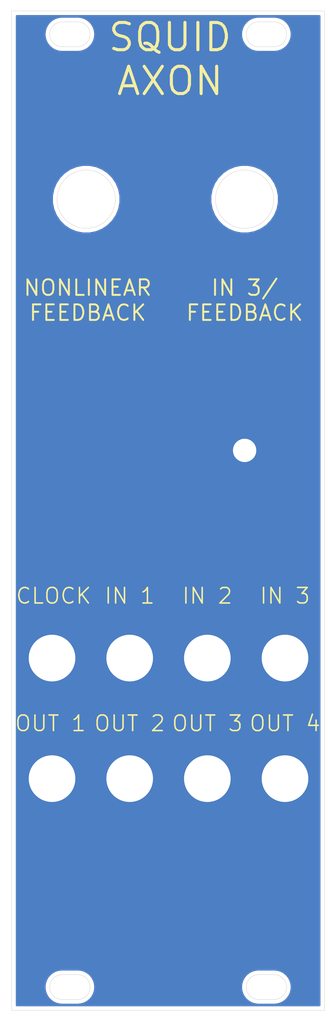
<source format=kicad_pcb>
(kicad_pcb (version 20171130) (host pcbnew "(5.1.5-0)")

  (general
    (thickness 1.6)
    (drawings 791)
    (tracks 0)
    (zones 0)
    (modules 10)
    (nets 2)
  )

  (page A4)
  (layers
    (0 F.Cu signal)
    (31 B.Cu signal)
    (32 B.Adhes user hide)
    (33 F.Adhes user hide)
    (34 B.Paste user hide)
    (35 F.Paste user hide)
    (36 B.SilkS user)
    (37 F.SilkS user)
    (38 B.Mask user)
    (39 F.Mask user)
    (40 Dwgs.User user hide)
    (41 Cmts.User user hide)
    (42 Eco1.User user hide)
    (43 Eco2.User user hide)
    (44 Edge.Cuts user)
    (45 Margin user hide)
    (46 B.CrtYd user hide)
    (47 F.CrtYd user hide)
    (48 B.Fab user hide)
    (49 F.Fab user hide)
  )

  (setup
    (last_trace_width 0.25)
    (trace_clearance 0.2)
    (zone_clearance 0.508)
    (zone_45_only no)
    (trace_min 0.2)
    (via_size 0.8)
    (via_drill 0.4)
    (via_min_size 0.4)
    (via_min_drill 0.3)
    (uvia_size 0.3)
    (uvia_drill 0.1)
    (uvias_allowed no)
    (uvia_min_size 0.2)
    (uvia_min_drill 0.1)
    (edge_width 0.05)
    (segment_width 0.2)
    (pcb_text_width 0.3)
    (pcb_text_size 1.5 1.5)
    (mod_edge_width 0.12)
    (mod_text_size 1 1)
    (mod_text_width 0.15)
    (pad_size 3.1 3.1)
    (pad_drill 3)
    (pad_to_mask_clearance 0.051)
    (solder_mask_min_width 0.25)
    (aux_axis_origin 0 0)
    (visible_elements FFFFFF7F)
    (pcbplotparams
      (layerselection 0x010fc_ffffffff)
      (usegerberextensions false)
      (usegerberattributes false)
      (usegerberadvancedattributes false)
      (creategerberjobfile false)
      (excludeedgelayer true)
      (linewidth 0.100000)
      (plotframeref false)
      (viasonmask false)
      (mode 1)
      (useauxorigin false)
      (hpglpennumber 1)
      (hpglpenspeed 20)
      (hpglpendiameter 15.000000)
      (psnegative false)
      (psa4output false)
      (plotreference true)
      (plotvalue true)
      (plotinvisibletext false)
      (padsonsilk false)
      (subtractmaskfromsilk false)
      (outputformat 1)
      (mirror false)
      (drillshape 0)
      (scaleselection 1)
      (outputdirectory "Gerbs/"))
  )

  (net 0 "")
  (net 1 GND)

  (net_class Default "This is the default net class."
    (clearance 0.2)
    (trace_width 0.25)
    (via_dia 0.8)
    (via_drill 0.4)
    (uvia_dia 0.3)
    (uvia_drill 0.1)
    (add_net GND)
  )

  (module "custom footprints:3mm_mounting_hole_LED" (layer F.Cu) (tedit 5FFBE292) (tstamp 5FFC4ED8)
    (at 30 56.5)
    (descr "Through hole straight socket strip, 1x01, 2.54mm pitch, single row (from Kicad 4.0.7), script generated")
    (tags "Through hole socket strip THT 1x01 2.54mm single row")
    (fp_text reference REF** (at 0 -2.77) (layer F.SilkS) hide
      (effects (font (size 1 1) (thickness 0.15)))
    )
    (fp_text value 3mm_mounting_hole_LED (at 0 2.77) (layer F.Fab)
      (effects (font (size 1 1) (thickness 0.15)))
    )
    (pad 1 thru_hole circle (at 0 0) (size 3.1 3.1) (drill 3) (layers *.Cu *.Mask)
      (net 1 GND))
    (model ${KISYS3DMOD}/Connector_PinSocket_2.54mm.3dshapes/PinSocket_1x01_P2.54mm_Vertical.wrl
      (at (xyz 0 0 0))
      (scale (xyz 1 1 1))
      (rotate (xyz 0 0 0))
    )
  )

  (module "custom footprints:6mm_mounting_hole_thonkiconn" (layer F.Cu) (tedit 5FF4E2DD) (tstamp 5FFC4E56)
    (at 35.2 98.7)
    (descr "Through hole straight socket strip, 1x01, 2.54mm pitch, single row (from Kicad 4.0.7), script generated")
    (tags "Through hole socket strip THT 1x01 2.54mm single row")
    (path /608AC9A1)
    (fp_text reference TP1 (at 0 -2.77) (layer F.SilkS) hide
      (effects (font (size 1 1) (thickness 0.15)))
    )
    (fp_text value TestPoint (at 0 2.77) (layer F.Fab)
      (effects (font (size 1 1) (thickness 0.15)))
    )
    (pad 1 thru_hole circle (at 0 0) (size 6.1 6.1) (drill 6) (layers *.Cu *.Mask)
      (net 1 GND))
    (model ${KISYS3DMOD}/Connector_PinSocket_2.54mm.3dshapes/PinSocket_1x01_P2.54mm_Vertical.wrl
      (at (xyz 0 0 0))
      (scale (xyz 1 1 1))
      (rotate (xyz 0 0 0))
    )
  )

  (module "custom footprints:6mm_mounting_hole_thonkiconn" (layer F.Cu) (tedit 5FF4E2DD) (tstamp 5FFC4E1F)
    (at 5.2 83.2)
    (descr "Through hole straight socket strip, 1x01, 2.54mm pitch, single row (from Kicad 4.0.7), script generated")
    (tags "Through hole socket strip THT 1x01 2.54mm single row")
    (path /608AC9A1)
    (fp_text reference TP1 (at 0 -2.77) (layer F.SilkS) hide
      (effects (font (size 1 1) (thickness 0.15)))
    )
    (fp_text value TestPoint (at 0 2.77) (layer F.Fab)
      (effects (font (size 1 1) (thickness 0.15)))
    )
    (pad 1 thru_hole circle (at 0 0) (size 6.1 6.1) (drill 6) (layers *.Cu *.Mask)
      (net 1 GND))
    (model ${KISYS3DMOD}/Connector_PinSocket_2.54mm.3dshapes/PinSocket_1x01_P2.54mm_Vertical.wrl
      (at (xyz 0 0 0))
      (scale (xyz 1 1 1))
      (rotate (xyz 0 0 0))
    )
  )

  (module "custom footprints:6mm_mounting_hole_thonkiconn" (layer F.Cu) (tedit 5FF4E2DD) (tstamp 5FFBED1D)
    (at 35.2 83.2)
    (descr "Through hole straight socket strip, 1x01, 2.54mm pitch, single row (from Kicad 4.0.7), script generated")
    (tags "Through hole socket strip THT 1x01 2.54mm single row")
    (path /608AC9A1)
    (fp_text reference TP1 (at 0 -2.77) (layer F.SilkS) hide
      (effects (font (size 1 1) (thickness 0.15)))
    )
    (fp_text value TestPoint (at 0 2.77) (layer F.Fab)
      (effects (font (size 1 1) (thickness 0.15)))
    )
    (pad 1 thru_hole circle (at 0 0) (size 6.1 6.1) (drill 6) (layers *.Cu *.Mask)
      (net 1 GND))
    (model ${KISYS3DMOD}/Connector_PinSocket_2.54mm.3dshapes/PinSocket_1x01_P2.54mm_Vertical.wrl
      (at (xyz 0 0 0))
      (scale (xyz 1 1 1))
      (rotate (xyz 0 0 0))
    )
  )

  (module "custom footprints:6mm_mounting_hole_thonkiconn" (layer F.Cu) (tedit 5FF4E2DD) (tstamp 5FFBED0D)
    (at 25.2 83.2)
    (descr "Through hole straight socket strip, 1x01, 2.54mm pitch, single row (from Kicad 4.0.7), script generated")
    (tags "Through hole socket strip THT 1x01 2.54mm single row")
    (path /608AC9A1)
    (fp_text reference TP1 (at 0 -2.77) (layer F.SilkS) hide
      (effects (font (size 1 1) (thickness 0.15)))
    )
    (fp_text value TestPoint (at 0 2.77) (layer F.Fab)
      (effects (font (size 1 1) (thickness 0.15)))
    )
    (pad 1 thru_hole circle (at 0 0) (size 6.1 6.1) (drill 6) (layers *.Cu *.Mask)
      (net 1 GND))
    (model ${KISYS3DMOD}/Connector_PinSocket_2.54mm.3dshapes/PinSocket_1x01_P2.54mm_Vertical.wrl
      (at (xyz 0 0 0))
      (scale (xyz 1 1 1))
      (rotate (xyz 0 0 0))
    )
  )

  (module "custom footprints:nlclogoxsmall" (layer F.Cu) (tedit 5FF7F428) (tstamp 5FFB020D)
    (at 20.75 121.5)
    (fp_text reference REF** (at 0.25 2.325) (layer F.SilkS) hide
      (effects (font (size 1 1) (thickness 0.15)))
    )
    (fp_text value nlclogoxsmall (at -0.2 4.75) (layer F.Fab)
      (effects (font (size 1 1) (thickness 0.15)))
    )
    (fp_line (start -5.35 0.725) (end -7.025 2.8) (layer F.Mask) (width 0.3))
    (fp_line (start -7.4 -0.7) (end -5.35 0.725) (layer F.Mask) (width 0.3))
    (fp_line (start -5.625 -2.9) (end -7.4 -0.7) (layer F.Mask) (width 0.3))
    (fp_circle (center -6.25 0) (end -3.25 0) (layer F.Mask) (width 0.3))
    (fp_circle (center -6.275 0.025) (end -3.108772 0.025) (layer F.Mask) (width 0.3))
    (fp_curve (pts (xy -6.350128 0.083982) (xy -7.000121 -0.352587) (xy -7.374288 -0.615955) (xy -7.388338 -0.64679)) (layer F.Mask) (width 0.0008))
    (fp_curve (pts (xy -5.34068 0.780773) (xy -5.336942 0.772949) (xy -5.791194 0.459392) (xy -6.350128 0.083982)) (layer F.Mask) (width 0.0008))
    (fp_curve (pts (xy -6.158504 1.779998) (xy -5.712439 1.238249) (xy -5.344418 0.788598) (xy -5.34068 0.780773)) (layer F.Mask) (width 0.0008))
    (fp_line (start 1.45066 0.185001) (end -0.804979 0.185001) (layer F.Mask) (width 0.3))
    (fp_curve (pts (xy -8.431133 2.266906) (xy -8.917478 1.79709) (xy -9.197053 1.292384) (xy -9.34825 0.611274)) (layer F.Mask) (width 0.0008))
    (fp_curve (pts (xy -9.242901 -0.998286) (xy -8.936495 -1.937376) (xy -8.159532 -2.710715) (xy -7.229352 -3.002447)) (layer F.Mask) (width 0.0008))
    (fp_curve (pts (xy -6.562887 3.124661) (xy -6.968479 3.082271) (xy -7.319011 2.978828) (xy -7.683911 2.793842)) (layer F.Mask) (width 0.0008))
    (fp_curve (pts (xy -9.34825 0.611274) (xy -9.385209 0.444779) (xy -9.39182 0.352793) (xy -9.391823 0.005)) (layer F.Mask) (width 0.0008))
    (fp_line (start 4.864564 1.827938) (end 4.864575 1.827934) (layer F.Mask) (width 0.0008))
    (fp_curve (pts (xy 8.797457 1.243669) (xy 8.751551 1.492811) (xy 8.584562 1.701542) (xy 8.365612 1.783461)) (layer F.Mask) (width 0.3))
    (fp_curve (pts (xy 8.787888 1.041594) (xy 8.817328 1.103636) (xy 8.818543 1.129259) (xy 8.797457 1.243669)) (layer F.Mask) (width 0.3))
    (fp_curve (pts (xy 8.474561 0.983461) (xy 8.573384 0.884636) (xy 8.726925 0.913123) (xy 8.787888 1.041594)) (layer F.Mask) (width 0.3))
    (fp_curve (pts (xy 8.416099 1.110315) (xy 8.416099 1.06139) (xy 8.43274 1.025282) (xy 8.474561 0.983461)) (layer F.Mask) (width 0.3))
    (fp_curve (pts (xy 8.255912 1.387892) (xy 8.337951 1.343895) (xy 8.416099 1.208476) (xy 8.416099 1.110315)) (layer F.Mask) (width 0.3))
    (fp_curve (pts (xy 7.600418 1.424999) (xy 8.13329 1.424999) (xy 8.193029 1.42162) (xy 8.255912 1.387892)) (layer F.Mask) (width 0.3))
    (fp_curve (pts (xy 6.853031 1.290484) (xy 6.935525 1.42317) (xy 6.945686 1.424999) (xy 7.600418 1.424999)) (layer F.Mask) (width 0.3))
    (fp_line (start 6.989252 -1.214999) (end 6.90407 -1.126099) (layer F.Mask) (width 0.0008))
    (fp_line (start 7.589721 -1.214999) (end 6.989252 -1.214999) (layer F.Mask) (width 0.3))
    (fp_curve (pts (xy 6.806395 -0.951099) (xy 6.799524 -0.903743) (xy 6.796644 -0.396999) (xy 6.8 0.175)) (layer F.Mask) (width 0.3))
    (fp_curve (pts (xy 6.90407 -1.126099) (xy 6.840257 -1.0595) (xy 6.815755 -1.0156) (xy 6.806395 -0.951099)) (layer F.Mask) (width 0.3))
    (fp_line (start 6.406109 -1.064998) (end 6.469597 -1.199012) (layer F.Mask) (width 0.3))
    (fp_line (start 6.400315 0.062166) (end 6.406109 -1.064998) (layer F.Mask) (width 0.3))
    (fp_curve (pts (xy 8.25631 -1.169998) (xy 8.191369 -1.214198) (xy 8.179507 -1.214999) (xy 7.589721 -1.214999)) (layer F.Mask) (width 0.3))
    (fp_curve (pts (xy 8.408223 -0.944529) (xy 8.395258 -1.037666) (xy 8.348261 -1.107418) (xy 8.25631 -1.169998)) (layer F.Mask) (width 0.3))
    (fp_curve (pts (xy 8.519406 -0.743292) (xy 8.455467 -0.776358) (xy 8.42361 -0.834017) (xy 8.408223 -0.944529)) (layer F.Mask) (width 0.3))
    (fp_curve (pts (xy 8.740792 -0.773451) (xy 8.668923 -0.709135) (xy 8.602863 -0.700136) (xy 8.519406 -0.743292)) (layer F.Mask) (width 0.3))
    (fp_curve (pts (xy 8.804293 -0.95845) (xy 8.805994 -0.839805) (xy 8.802026 -0.828251) (xy 8.740792 -0.773451)) (layer F.Mask) (width 0.3))
    (fp_curve (pts (xy 8.411334 -1.551288) (xy 8.629438 -1.44476) (xy 8.801034 -1.185882) (xy 8.804293 -0.95845)) (layer F.Mask) (width 0.3))
    (fp_curve (pts (xy 7.499276 -1.631751) (xy 8.096171 -1.639246) (xy 8.261026 -1.624699) (xy 8.411334 -1.551288)) (layer F.Mask) (width 0.3))
    (fp_curve (pts (xy 6.832179 -1.571498) (xy 6.945583 -1.624559) (xy 6.948662 -1.624838) (xy 7.499276 -1.631751)) (layer F.Mask) (width 0.3))
    (fp_curve (pts (xy 6.469597 -1.199012) (xy 6.547547 -1.363554) (xy 6.681195 -1.500854) (xy 6.832179 -1.571498)) (layer F.Mask) (width 0.3))
    (fp_line (start 5.116105 1.424999) (end 5.786105 1.424999) (layer F.Mask) (width 0.3))
    (fp_line (start 5.116105 -0.034684) (end 5.116105 1.424999) (layer F.Mask) (width 0.3))
    (fp_line (start 5.116105 -1.494367) (end 5.116105 -0.034684) (layer F.Mask) (width 0.3))
    (fp_line (start 5.059776 -1.55741) (end 5.116105 -1.494367) (layer F.Mask) (width 0.0008))
    (fp_curve (pts (xy 6.425314 1.295242) (xy 6.398885 1.20433) (xy 6.395345 1.029704) (xy 6.400315 0.062166)) (layer F.Mask) (width 0.3))
    (fp_curve (pts (xy 6.456104 1.413077) (xy 6.456104 1.406524) (xy 6.442249 1.353494) (xy 6.425314 1.295242)) (layer F.Mask) (width 0.0008))
    (fp_curve (pts (xy 5.786105 1.424999) (xy 6.154605 1.424999) (xy 6.456104 1.419636) (xy 6.456104 1.413077)) (layer F.Mask) (width 0.3))
    (fp_line (start 4.716105 -1.494367) (end 4.772434 -1.55741) (layer F.Mask) (width 0.3))
    (fp_line (start 4.716105 -0.283017) (end 4.716105 -1.494367) (layer F.Mask) (width 0.3))
    (fp_curve (pts (xy 4.916105 -1.620452) (xy 4.988843 -1.620452) (xy 5.012867 -1.609908) (xy 5.059776 -1.55741)) (layer F.Mask) (width 0.3))
    (fp_curve (pts (xy 4.772434 -1.55741) (xy 4.819344 -1.609911) (xy 4.843368 -1.620452) (xy 4.916105 -1.620452)) (layer F.Mask) (width 0.3))
    (fp_line (start 2.706109 1.702388) (end 2.700054 0.168695) (layer F.Mask) (width 0.3))
    (fp_line (start 2.764851 1.763693) (end 2.706109 1.702388) (layer F.Mask) (width 0.3))
    (fp_curve (pts (xy 4.698018 0.921666) (xy 4.708676 0.925589) (xy 4.716105 0.430752) (xy 4.716105 -0.283017)) (layer F.Mask) (width 0.3))
    (fp_curve (pts (xy 3.885791 -0.285) (xy 4.322567 0.375) (xy 4.688069 0.917999) (xy 4.698018 0.921666)) (layer F.Mask) (width 0.3))
    (fp_curve (pts (xy 3.033564 -1.539998) (xy 3.065513 -1.509748) (xy 3.449015 -0.944999) (xy 3.885791 -0.285)) (layer F.Mask) (width 0.3))
    (fp_curve (pts (xy 2.715536 -1.438925) (xy 2.760139 -1.59205) (xy 2.923692 -1.644029) (xy 3.033564 -1.539998)) (layer F.Mask) (width 0.3))
    (fp_curve (pts (xy 2.700054 0.168695) (xy 2.695893 -0.884664) (xy 2.700735 -1.388151) (xy 2.715536 -1.438925)) (layer F.Mask) (width 0.3))
    (fp_line (start 3.126109 -0.703247) (end 3.116109 0.497819) (layer F.Mask) (width 0.3))
    (fp_line (start 3.942295 0.52885) (end 3.126109 -0.703247) (layer F.Mask) (width 0.3))
    (fp_curve (pts (xy 2.904851 1.824363) (xy 2.839826 1.824816) (xy 2.811858 1.812752) (xy 2.764851 1.763693)) (layer F.Mask) (width 0.3))
    (fp_curve (pts (xy 3.016109 1.799362) (xy 2.999609 1.812762) (xy 2.949543 1.824012) (xy 2.904851 1.824363)) (layer F.Mask) (width 0.3))
    (fp_curve (pts (xy 3.116109 0.497819) (xy 3.105518 1.769228) (xy 3.108999 1.72392) (xy 3.016109 1.799362)) (layer F.Mask) (width 0.3))
    (fp_line (start -6.158513 1.779998) (end -6.158504 1.779998) (layer F.Mask) (width 0.0008))
    (fp_curve (pts (xy 4.792293 1.790907) (xy 4.773696 1.774429) (xy 4.391196 1.206502) (xy 3.942295 0.52885)) (layer F.Mask) (width 0.3))
    (fp_curve (pts (xy 4.864575 1.827934) (xy 4.843418 1.824045) (xy 4.810891 1.807387) (xy 4.792293 1.790907)) (layer F.Mask) (width 0.0008))
    (fp_line (start -5.682896 -2.824997) (end -5.748394 -2.84115) (layer F.Mask) (width 0.0008))
    (fp_line (start -6.52467 -1.804998) (end -5.682896 -2.824997) (layer F.Mask) (width 0.0008))
    (fp_curve (pts (xy -7.001716 2.763746) (xy -6.982778 2.764427) (xy -6.635871 2.359754) (xy -6.158513 1.779998)) (layer F.Mask) (width 0.0008))
    (fp_curve (pts (xy -7.554765 2.553688) (xy -7.345994 2.657119) (xy -7.072511 2.760991) (xy -7.001716 2.763746)) (layer F.Mask) (width 0.0008))
    (fp_curve (pts (xy -8.3245 1.99201) (xy -8.14105 2.186477) (xy -7.81344 2.425535) (xy -7.554765 2.553688)) (layer F.Mask) (width 0.0008))
    (fp_curve (pts (xy -9.058692 0.651357) (xy -8.922302 1.190973) (xy -8.703842 1.589887) (xy -8.3245 1.99201)) (layer F.Mask) (width 0.0008))
    (fp_curve (pts (xy -9.113633 0.015001) (xy -9.113395 0.406039) (xy -9.109606 0.449919) (xy -9.058692 0.651357)) (layer F.Mask) (width 0.0008))
    (fp_curve (pts (xy -9.077306 -0.571307) (xy -9.106373 -0.439172) (xy -9.113837 -0.3187) (xy -9.113633 0.015001)) (layer F.Mask) (width 0.0008))
    (fp_curve (pts (xy -8.320334 -2.006005) (xy -8.712515 -1.59314) (xy -8.952642 -1.138026) (xy -9.077306 -0.571307)) (layer F.Mask) (width 0.0008))
    (fp_curve (pts (xy -6.627183 -2.856505) (xy -7.275907 -2.764695) (xy -7.895104 -2.453661) (xy -8.320334 -2.006005)) (layer F.Mask) (width 0.0008))
    (fp_curve (pts (xy -5.748394 -2.84115) (xy -5.869794 -2.871088) (xy -6.452229 -2.881266) (xy -6.627183 -2.856505)) (layer F.Mask) (width 0.0008))
    (fp_line (start -6.562887 3.124662) (end -6.562887 3.124662) (layer F.Mask) (width 0.0008))
    (fp_curve (pts (xy -7.388378 -0.739999) (xy -7.376314 -0.76475) (xy -6.987645 -1.243998) (xy -6.52467 -1.804998)) (layer F.Mask) (width 0.0008))
    (fp_curve (pts (xy -7.388338 -0.64679) (xy -7.404277 -0.681774) (xy -7.404286 -0.707344) (xy -7.388378 -0.739999)) (layer F.Mask) (width 0.0008))
    (fp_line (start 1.503388 0.132274) (end 1.45066 0.185001) (layer F.Mask) (width 0.0008))
    (fp_curve (pts (xy -4.906782 2.843488) (xy -5.394308 3.073453) (xy -6.026268 3.180746) (xy -6.562887 3.124662)) (layer F.Mask) (width 0.0008))
    (fp_curve (pts (xy -3.468298 1.469175) (xy -3.76531 2.038606) (xy -4.31618 2.564902) (xy -4.906782 2.843488)) (layer F.Mask) (width 0.0008))
    (fp_curve (pts (xy -3.123886 0.296126) (xy -3.123886 0.559005) (xy -3.29172 1.130639) (xy -3.468298 1.469175)) (layer F.Mask) (width 0.3))
    (fp_curve (pts (xy -3.09225 0.197141) (xy -3.114377 0.205634) (xy -3.123886 0.235384) (xy -3.123886 0.296126)) (layer F.Mask) (width 0.0008))
    (fp_curve (pts (xy -0.804979 0.185001) (xy -2.045579 0.185001) (xy -3.074851 0.190466) (xy -3.09225 0.197141)) (layer F.Mask) (width 0.3))
    (fp_line (start 1.459579 -0.164998) (end 1.507844 -0.108883) (layer F.Mask) (width 0.0008))
    (fp_line (start -0.827153 -0.174999) (end 1.459579 -0.164998) (layer F.Mask) (width 0.3))
    (fp_line (start -3.113886 -0.184999) (end -0.827153 -0.174999) (layer F.Mask) (width 0.3))
    (fp_line (start -3.126661 -0.327961) (end -3.113886 -0.184999) (layer F.Mask) (width 0.0008))
    (fp_curve (pts (xy 1.507844 -0.108883) (xy 1.573758 -0.032251) (xy 1.571983 0.063674) (xy 1.503388 0.132274)) (layer F.Mask) (width 0.3))
    (fp_curve (pts (xy -4.039367 -2.249119) (xy -3.523656 -1.728867) (xy -3.188879 -1.024193) (xy -3.126661 -0.327961)) (layer F.Mask) (width 0.3))
    (fp_curve (pts (xy -5.630597 -3.09894) (xy -5.011856 -2.965011) (xy -4.453321 -2.666717) (xy -4.039367 -2.249119)) (layer F.Mask) (width 0.0008))
    (fp_curve (pts (xy -6.243883 -3.142942) (xy -5.896386 -3.142942) (xy -5.802894 -3.136229) (xy -5.630597 -3.09894)) (layer F.Mask) (width 0.0008))
    (fp_curve (pts (xy -7.229352 -3.002447) (xy -6.861088 -3.117945) (xy -6.685753 -3.142942) (xy -6.243883 -3.142942)) (layer F.Mask) (width 0.0008))
    (fp_curve (pts (xy -9.391823 0.005) (xy -9.391825 -0.446385) (xy -9.365828 -0.621533) (xy -9.242901 -0.998286)) (layer F.Mask) (width 0.0008))
    (fp_curve (pts (xy -7.683911 2.793842) (xy -7.974639 2.646459) (xy -8.210152 2.480376) (xy -8.431133 2.266906)) (layer F.Mask) (width 0.0008))
    (fp_curve (pts (xy 6.580047 1.829536) (xy 5.657688 1.832541) (xy 4.885721 1.831816) (xy 4.864564 1.827938)) (layer F.Mask) (width 0.3))
    (fp_curve (pts (xy 8.365612 1.783461) (xy 8.260146 1.822922) (xy 8.209457 1.82423) (xy 6.580047 1.829536)) (layer F.Mask) (width 0.3))
    (fp_line (start 6.8061 1.214999) (end 6.853031 1.290484) (layer F.Mask) (width 0.0008))
    (fp_line (start 6.8 0.175) (end 6.8061 1.214999) (layer F.Mask) (width 0.3))
  )

  (module "custom footprints:6mm_mounting_hole_thonkiconn" (layer F.Cu) (tedit 5FF4E2DD) (tstamp 5FFAF8E6)
    (at 15.2 83.2)
    (descr "Through hole straight socket strip, 1x01, 2.54mm pitch, single row (from Kicad 4.0.7), script generated")
    (tags "Through hole socket strip THT 1x01 2.54mm single row")
    (path /608AC9A1)
    (fp_text reference TP1 (at 0 -2.77) (layer F.SilkS) hide
      (effects (font (size 1 1) (thickness 0.15)))
    )
    (fp_text value TestPoint (at 0 2.77) (layer F.Fab)
      (effects (font (size 1 1) (thickness 0.15)))
    )
    (pad 1 thru_hole circle (at 0 0) (size 6.1 6.1) (drill 6) (layers *.Cu *.Mask)
      (net 1 GND))
    (model ${KISYS3DMOD}/Connector_PinSocket_2.54mm.3dshapes/PinSocket_1x01_P2.54mm_Vertical.wrl
      (at (xyz 0 0 0))
      (scale (xyz 1 1 1))
      (rotate (xyz 0 0 0))
    )
  )

  (module "custom footprints:6mm_mounting_hole_thonkiconn" (layer F.Cu) (tedit 5FF4E2DD) (tstamp 5FFAF8DE)
    (at 5.2 98.7)
    (descr "Through hole straight socket strip, 1x01, 2.54mm pitch, single row (from Kicad 4.0.7), script generated")
    (tags "Through hole socket strip THT 1x01 2.54mm single row")
    (path /608AC9A1)
    (fp_text reference TP1 (at 0 -2.77) (layer F.SilkS) hide
      (effects (font (size 1 1) (thickness 0.15)))
    )
    (fp_text value TestPoint (at 0 2.77) (layer F.Fab)
      (effects (font (size 1 1) (thickness 0.15)))
    )
    (pad 1 thru_hole circle (at 0 0) (size 6.1 6.1) (drill 6) (layers *.Cu *.Mask)
      (net 1 GND))
    (model ${KISYS3DMOD}/Connector_PinSocket_2.54mm.3dshapes/PinSocket_1x01_P2.54mm_Vertical.wrl
      (at (xyz 0 0 0))
      (scale (xyz 1 1 1))
      (rotate (xyz 0 0 0))
    )
  )

  (module "custom footprints:6mm_mounting_hole_thonkiconn" (layer F.Cu) (tedit 5FF4E2DD) (tstamp 5FFAF41C)
    (at 25.2 98.7)
    (descr "Through hole straight socket strip, 1x01, 2.54mm pitch, single row (from Kicad 4.0.7), script generated")
    (tags "Through hole socket strip THT 1x01 2.54mm single row")
    (path /608AC9A1)
    (fp_text reference TP1 (at 0 -2.77) (layer F.SilkS) hide
      (effects (font (size 1 1) (thickness 0.15)))
    )
    (fp_text value TestPoint (at 0 2.77) (layer F.Fab)
      (effects (font (size 1 1) (thickness 0.15)))
    )
    (pad 1 thru_hole circle (at 0 0) (size 6.1 6.1) (drill 6) (layers *.Cu *.Mask)
      (net 1 GND))
    (model ${KISYS3DMOD}/Connector_PinSocket_2.54mm.3dshapes/PinSocket_1x01_P2.54mm_Vertical.wrl
      (at (xyz 0 0 0))
      (scale (xyz 1 1 1))
      (rotate (xyz 0 0 0))
    )
  )

  (module "custom footprints:6mm_mounting_hole_thonkiconn" (layer F.Cu) (tedit 5FF4E2DD) (tstamp 5FFA96C0)
    (at 15.2 98.7)
    (descr "Through hole straight socket strip, 1x01, 2.54mm pitch, single row (from Kicad 4.0.7), script generated")
    (tags "Through hole socket strip THT 1x01 2.54mm single row")
    (path /608AC9A1)
    (fp_text reference TP1 (at 0 -2.77) (layer F.SilkS) hide
      (effects (font (size 1 1) (thickness 0.15)))
    )
    (fp_text value TestPoint (at 0 2.77) (layer F.Fab)
      (effects (font (size 1 1) (thickness 0.15)))
    )
    (pad 1 thru_hole circle (at 0 0) (size 6.1 6.1) (drill 6) (layers *.Cu *.Mask)
      (net 1 GND))
    (model ${KISYS3DMOD}/Connector_PinSocket_2.54mm.3dshapes/PinSocket_1x01_P2.54mm_Vertical.wrl
      (at (xyz 0 0 0))
      (scale (xyz 1 1 1))
      (rotate (xyz 0 0 0))
    )
  )

  (gr_text "IN 3/\nFEEDBACK" (at 30 37.2) (layer F.SilkS) (tstamp 5FFBEED8)
    (effects (font (size 2 2) (thickness 0.25)))
  )
  (gr_curve (pts (xy 9.428881 3.042359) (xy 9.428881 1.899224) (xy 8.539776 1.010119) (xy 7.396641 1.010119)) (layer Dwgs.User) (width 0.124481))
  (gr_curve (pts (xy 24.967053 5.921367) (xy 24.670685 5.921367) (xy 24.458993 5.667337) (xy 24.458993 5.370968)) (layer Dwgs.User) (width 0.124481))
  (gr_line (start 24.967053 5.921367) (end 24.967053 5.921367) (layer Dwgs.User) (width 0.124481))
  (gr_line (start 26.06785 5.921367) (end 26.06785 5.921367) (layer Dwgs.User) (width 0.124481))
  (gr_line (start 26.618249 3.211713) (end 26.618249 5.370968) (layer Dwgs.User) (width 0.124481))
  (gr_line (start 29.835962 2.661314) (end 29.835962 5.370968) (layer Dwgs.User) (width 0.124481))
  (gr_curve (pts (xy 29.835962 5.370968) (xy 29.835962 5.667337) (xy 29.581933 5.921367) (xy 29.285564 5.921367)) (layer Dwgs.User) (width 0.124481))
  (gr_curve (pts (xy 28.227106 5.921367) (xy 27.930738 5.921367) (xy 27.676707 5.667337) (xy 27.676707 5.370968)) (layer Dwgs.User) (width 0.124481))
  (gr_line (start 26.06785 5.921367) (end 24.967053 5.921367) (layer Dwgs.User) (width 0.124481))
  (gr_line (start 26.618249 3.211713) (end 26.618249 3.211713) (layer Dwgs.User) (width 0.124481))
  (gr_line (start 25.517452 4.82057) (end 26.618249 5.921367) (layer Dwgs.User) (width 0.124481))
  (gr_curve (pts (xy 5.3644 125.569525) (xy 5.3644 126.670322) (xy 6.295844 127.601766) (xy 7.396641 127.601766)) (layer Dwgs.User) (width 0.124481))
  (gr_line (start 14.932866 36.404974) (end 14.932866 34.796117) (layer Dwgs.User) (width 0.124481))
  (gr_curve (pts (xy 14.932866 34.796117) (xy 14.932866 34.626764) (xy 15.102219 34.45741) (xy 15.271572 34.45741)) (layer Dwgs.User) (width 0.124481))
  (gr_curve (pts (xy 5.11037 95.085918) (xy 3.162806 95.085918) (xy 1.596288 96.652437) (xy 1.596288 98.6)) (layer Dwgs.User) (width 0.124481))
  (gr_line (start 4.263603 34.45741) (end 4.263603 34.45741) (layer Dwgs.User) (width 0.124481))
  (gr_line (start 3.628528 34.45741) (end 4.263603 34.45741) (layer Dwgs.User) (width 0.124481))
  (gr_line (start 3.289821 36.108606) (end 3.289821 34.796117) (layer Dwgs.User) (width 0.124481))
  (gr_line (start 37.372188 90.513377) (end 37.372188 91.487159) (layer Dwgs.User) (width 0.124481))
  (gr_line (start 38.684677 92.46094) (end 38.684677 90.513377) (layer Dwgs.User) (width 0.124481))
  (gr_line (start 36.059699 90.513377) (end 36.059699 92.46094) (layer Dwgs.User) (width 0.124481))
  (gr_line (start 35.424624 90.513377) (end 36.737112 90.513377) (layer Dwgs.User) (width 0.124481))
  (gr_line (start 33.47706 92.122234) (end 33.47706 90.513377) (layer Dwgs.User) (width 0.124481))
  (gr_line (start 33.47706 92.122234) (end 33.47706 92.122234) (layer Dwgs.User) (width 0.124481))
  (gr_line (start 19.971126 118.244984) (end 19.928793 122.648174) (layer Dwgs.User) (width 0.124481))
  (gr_line (start 19.082021 117.821608) (end 19.971126 118.244984) (layer Dwgs.User) (width 0.124481))
  (gr_line (start 17.473164 125.527184) (end 19.844113 122.605844) (layer Dwgs.User) (width 0.124481))
  (gr_line (start 1.596288 98.6) (end 1.596288 98.6) (layer Dwgs.User) (width 0.124481))
  (gr_curve (pts (xy 5.11037 86.575911) (xy 7.015596 86.575911) (xy 8.624452 85.009392) (xy 8.624452 83.061828)) (layer Dwgs.User) (width 0.124481))
  (gr_curve (pts (xy 15.102219 86.575911) (xy 17.049783 86.575911) (xy 18.616301 85.009392) (xy 18.616301 83.061828)) (layer Dwgs.User) (width 0.124481))
  (gr_line (start 4.771663 92.122234) (end 4.771663 92.122234) (layer Dwgs.User) (width 0.124481))
  (gr_line (start 4.771663 90.513377) (end 4.771663 92.122234) (layer Dwgs.User) (width 0.124481))
  (gr_curve (pts (xy 4.771663 92.122234) (xy 4.771663 92.291587) (xy 4.644648 92.46094) (xy 4.432957 92.46094)) (layer Dwgs.User) (width 0.124481))
  (gr_line (start 1.850318 92.46094) (end 1.850318 92.46094) (layer Dwgs.User) (width 0.124481))
  (gr_line (start 2.527731 92.46094) (end 1.850318 92.46094) (layer Dwgs.User) (width 0.124481))
  (gr_line (start 2.527731 92.46094) (end 2.527731 92.46094) (layer Dwgs.User) (width 0.124481))
  (gr_line (start 30.555712 20.65511) (end 29.793624 20.612769) (layer Dwgs.User) (width 0.124481))
  (gr_line (start 31.360143 20.824464) (end 30.555712 20.65511) (layer Dwgs.User) (width 0.124481))
  (gr_line (start 32.079895 21.16317) (end 31.360143 20.824464) (layer Dwgs.User) (width 0.124481))
  (gr_line (start 32.672629 21.671228) (end 32.079895 21.16317) (layer Dwgs.User) (width 0.124481))
  (gr_line (start 4.263603 36.404974) (end 3.628528 36.404974) (layer Dwgs.User) (width 0.124481))
  (gr_line (start 4.263603 36.404974) (end 4.263603 36.404974) (layer Dwgs.User) (width 0.124481))
  (gr_curve (pts (xy 12.858287 92.122234) (xy 12.858287 92.291587) (xy 12.688934 92.46094) (xy 12.51958 92.46094)) (layer Dwgs.User) (width 0.124481))
  (gr_line (start 12.51958 90.513377) (end 12.51958 90.513377) (layer Dwgs.User) (width 0.124481))
  (gr_line (start 11.884505 90.513377) (end 12.51958 90.513377) (layer Dwgs.User) (width 0.124481))
  (gr_line (start 11.884505 90.513377) (end 11.884505 90.513377) (layer Dwgs.User) (width 0.124481))
  (gr_line (start 11.080076 36.404974) (end 11.080076 34.45741) (layer Dwgs.User) (width 0.124481))
  (gr_line (start 9.428881 36.404974) (end 10.106294 36.404974) (layer Dwgs.User) (width 0.124481))
  (gr_line (start 27.08397 22.136952) (end 26.702925 22.856704) (layer Dwgs.User) (width 0.124481))
  (gr_line (start 27.634369 21.544215) (end 27.08397 22.136952) (layer Dwgs.User) (width 0.124481))
  (gr_line (start 28.269444 21.078494) (end 27.634369 21.544215) (layer Dwgs.User) (width 0.124481))
  (gr_line (start 28.989196 20.782123) (end 28.269444 21.078494) (layer Dwgs.User) (width 0.124481))
  (gr_line (start 29.793624 20.612769) (end 28.989196 20.782123) (layer Dwgs.User) (width 0.124481))
  (gr_line (start 5.3644 3.042359) (end 5.3644 3.042359) (layer Dwgs.User) (width 0.124481))
  (gr_curve (pts (xy 4.263603 34.45741) (xy 4.432957 34.45741) (xy 4.60231 34.626764) (xy 4.60231 34.796117)) (layer Dwgs.User) (width 0.124481))
  (gr_line (start 3.289821 34.796117) (end 3.289821 34.796117) (layer Dwgs.User) (width 0.124481))
  (gr_curve (pts (xy 25.136406 95.085918) (xy 23.188843 95.085918) (xy 21.622324 96.652437) (xy 21.622324 98.6)) (layer Dwgs.User) (width 0.124481))
  (gr_line (start 12.51958 92.46094) (end 11.884505 92.46094) (layer Dwgs.User) (width 0.124481))
  (gr_line (start 12.51958 92.46094) (end 12.51958 92.46094) (layer Dwgs.User) (width 0.124481))
  (gr_curve (pts (xy 11.884505 92.46094) (xy 11.672813 92.46094) (xy 11.545798 92.291587) (xy 11.545798 92.122234)) (layer Dwgs.User) (width 0.124481))
  (gr_line (start 12.858287 90.809745) (end 12.858287 92.122234) (layer Dwgs.User) (width 0.124481))
  (gr_line (start 12.858287 90.809745) (end 12.858287 90.809745) (layer Dwgs.User) (width 0.124481))
  (gr_line (start 24.458993 74.297791) (end 25.771482 76.245355) (layer Dwgs.User) (width 0.124481))
  (gr_line (start 24.458993 76.245355) (end 24.458993 74.297791) (layer Dwgs.User) (width 0.124481))
  (gr_curve (pts (xy 26.406557 74.636498) (xy 26.406557 74.424806) (xy 26.57591 74.297791) (xy 26.745263 74.297791)) (layer Dwgs.User) (width 0.124481))
  (gr_line (start 22.850136 76.245355) (end 23.485211 76.245355) (layer Dwgs.User) (width 0.124481))
  (gr_line (start 23.188843 74.297791) (end 23.188843 76.245355) (layer Dwgs.User) (width 0.124481))
  (gr_line (start 22.850136 74.297791) (end 23.485211 74.297791) (layer Dwgs.User) (width 0.124481))
  (gr_line (start 16.711076 76.245355) (end 17.38849 76.245355) (layer Dwgs.User) (width 0.124481))
  (gr_line (start 17.049783 74.297791) (end 17.049783 76.245355) (layer Dwgs.User) (width 0.124481))
  (gr_line (start 16.711076 74.636498) (end 17.049783 74.297791) (layer Dwgs.User) (width 0.124481))
  (gr_line (start 15.737294 76.245355) (end 15.737294 74.297791) (layer Dwgs.User) (width 0.124481))
  (gr_line (start 14.467144 74.297791) (end 15.737294 76.245355) (layer Dwgs.User) (width 0.124481))
  (gr_line (start 14.467144 76.245355) (end 14.467144 74.297791) (layer Dwgs.User) (width 0.124481))
  (gr_line (start 12.858287 76.245355) (end 13.493362 76.245355) (layer Dwgs.User) (width 0.124481))
  (gr_line (start 13.154655 74.297791) (end 13.154655 76.245355) (layer Dwgs.User) (width 0.124481))
  (gr_line (start 12.858287 74.297791) (end 13.493362 74.297791) (layer Dwgs.User) (width 0.124481))
  (gr_line (start 11.080077 38.987613) (end 11.080077 38.987613) (layer Dwgs.User) (width 0.124481))
  (gr_curve (pts (xy 11.080077 38.987613) (xy 11.24943 38.987613) (xy 11.376445 39.199305) (xy 11.376445 39.453335)) (layer Dwgs.User) (width 0.124481))
  (gr_line (start 5.830122 76.245355) (end 5.830122 76.245355) (layer Dwgs.User) (width 0.124481))
  (gr_line (start 5.830122 76.245355) (end 5.830122 76.245355) (layer Dwgs.User) (width 0.124481))
  (gr_curve (pts (xy 8.116393 75.906648) (xy 8.116393 76.076002) (xy 7.947039 76.245355) (xy 7.777685 76.245355)) (layer Dwgs.User) (width 0.124481))
  (gr_curve (pts (xy 5.195047 76.245355) (xy 5.025694 76.245355) (xy 4.85634 76.076002) (xy 4.85634 75.906648)) (layer Dwgs.User) (width 0.124481))
  (gr_line (start 6.168829 75.906648) (end 6.168829 75.906648) (layer Dwgs.User) (width 0.124481))
  (gr_line (start 6.168829 74.636498) (end 6.168829 75.906648) (layer Dwgs.User) (width 0.124481))
  (gr_line (start 6.168829 74.636498) (end 6.168829 74.636498) (layer Dwgs.User) (width 0.124481))
  (gr_curve (pts (xy 6.168829 75.906648) (xy 6.168829 76.076002) (xy 6.041814 76.245355) (xy 5.830122 76.245355)) (layer Dwgs.User) (width 0.124481))
  (gr_line (start 5.830122 74.297791) (end 5.830122 74.297791) (layer Dwgs.User) (width 0.124481))
  (gr_line (start 5.195047 74.297791) (end 5.830122 74.297791) (layer Dwgs.User) (width 0.124481))
  (gr_line (start 5.195047 74.297791) (end 5.195047 74.297791) (layer Dwgs.User) (width 0.124481))
  (gr_line (start 5.195047 74.297791) (end 5.195047 74.297791) (layer Dwgs.User) (width 0.124481))
  (gr_curve (pts (xy 5.830122 74.297791) (xy 6.041814 74.297791) (xy 6.168829 74.424806) (xy 6.168829 74.636498)) (layer Dwgs.User) (width 0.124481))
  (gr_line (start 4.85634 74.636498) (end 4.85634 74.636498) (layer Dwgs.User) (width 0.124481))
  (gr_line (start 4.85634 75.906648) (end 4.85634 74.636498) (layer Dwgs.User) (width 0.124481))
  (gr_curve (pts (xy 4.85634 74.636498) (xy 4.85634 74.424806) (xy 5.025694 74.297791) (xy 5.195047 74.297791)) (layer Dwgs.User) (width 0.124481))
  (gr_line (start 2.951115 76.245355) (end 4.221265 76.245355) (layer Dwgs.User) (width 0.124481))
  (gr_line (start 2.951115 74.297791) (end 2.951115 76.245355) (layer Dwgs.User) (width 0.124481))
  (gr_line (start 1.977333 74.297791) (end 1.977333 74.297791) (layer Dwgs.User) (width 0.124481))
  (gr_line (start 1.299919 74.297791) (end 1.977333 74.297791) (layer Dwgs.User) (width 0.124481))
  (gr_line (start 1.299919 74.297791) (end 1.299919 74.297791) (layer Dwgs.User) (width 0.124481))
  (gr_line (start 1.299919 74.297791) (end 1.299919 74.297791) (layer Dwgs.User) (width 0.124481))
  (gr_curve (pts (xy 1.977333 74.297791) (xy 2.146686 74.297791) (xy 2.273701 74.424806) (xy 2.273701 74.636498)) (layer Dwgs.User) (width 0.124481))
  (gr_line (start 1.003551 74.636498) (end 1.003551 74.636498) (layer Dwgs.User) (width 0.124481))
  (gr_line (start 1.003551 75.906648) (end 1.003551 74.636498) (layer Dwgs.User) (width 0.124481))
  (gr_line (start 1.003551 75.906648) (end 1.003551 75.906648) (layer Dwgs.User) (width 0.124481))
  (gr_curve (pts (xy 1.003551 74.636498) (xy 1.003551 74.424806) (xy 1.130566 74.297791) (xy 1.299919 74.297791)) (layer Dwgs.User) (width 0.124481))
  (gr_line (start 1.299919 76.245355) (end 1.299919 76.245355) (layer Dwgs.User) (width 0.124481))
  (gr_line (start 1.977333 76.245355) (end 1.299919 76.245355) (layer Dwgs.User) (width 0.124481))
  (gr_line (start 1.977333 76.245355) (end 1.977333 76.245355) (layer Dwgs.User) (width 0.124481))
  (gr_line (start 1.977333 76.245355) (end 1.977333 76.245355) (layer Dwgs.User) (width 0.124481))
  (gr_curve (pts (xy 1.299919 76.245355) (xy 1.130566 76.245355) (xy 1.003551 76.076002) (xy 1.003551 75.906648)) (layer Dwgs.User) (width 0.124481))
  (gr_line (start 36.229053 38.945275) (end 37.541541 39.961395) (layer Dwgs.User) (width 0.124481))
  (gr_curve (pts (xy 2.273701 75.906648) (xy 2.273701 76.076002) (xy 2.146686 76.245355) (xy 1.977333 76.245355)) (layer Dwgs.User) (width 0.124481))
  (gr_line (start 37.541541 38.013831) (end 36.229053 39.029951) (layer Dwgs.User) (width 0.124481))
  (gr_line (start 36.229053 38.013831) (end 36.229053 39.961395) (layer Dwgs.User) (width 0.124481))
  (gr_line (start 35.128256 38.013831) (end 35.128256 38.013831) (layer Dwgs.User) (width 0.124481))
  (gr_line (start 35.128256 38.013831) (end 35.128256 38.013831) (layer Dwgs.User) (width 0.124481))
  (gr_curve (pts (xy 35.128256 38.013831) (xy 35.382286 38.013831) (xy 35.593977 38.05617) (xy 35.593977 38.140846)) (layer Dwgs.User) (width 0.124481))
  (gr_line (start 35.128256 39.961395) (end 35.128256 39.961395) (layer Dwgs.User) (width 0.124481))
  (gr_curve (pts (xy 34.323827 38.987613) (xy 34.323827 38.437214) (xy 34.662534 38.013831) (xy 35.128256 38.013831)) (layer Dwgs.User) (width 0.124481))
  (gr_curve (pts (xy 35.128256 39.961395) (xy 34.662534 39.961395) (xy 34.323827 39.495673) (xy 34.323827 38.987613)) (layer Dwgs.User) (width 0.124481))
  (gr_line (start 32.587955 39.283981) (end 33.434722 39.283981) (layer Dwgs.User) (width 0.124481))
  (gr_curve (pts (xy 35.593977 39.83438) (xy 35.593977 39.876718) (xy 35.382286 39.961395) (xy 35.128256 39.961395)) (layer Dwgs.User) (width 0.124481))
  (gr_line (start 33.011339 38.013831) (end 33.646413 39.961395) (layer Dwgs.User) (width 0.124481))
  (gr_line (start 32.376263 39.961395) (end 33.011339 38.013831) (layer Dwgs.User) (width 0.124481))
  (gr_line (start 31.402481 39.961395) (end 30.428699 39.961395) (layer Dwgs.User) (width 0.124481))
  (gr_line (start 31.402481 39.961395) (end 31.402481 39.961395) (layer Dwgs.User) (width 0.124481))
  (gr_line (start 31.402481 39.961395) (end 31.402481 39.961395) (layer Dwgs.User) (width 0.124481))
  (gr_line (start 31.402481 38.987613) (end 30.428699 38.987613) (layer Dwgs.User) (width 0.124481))
  (gr_line (start 31.402481 38.987613) (end 31.402481 38.987613) (layer Dwgs.User) (width 0.124481))
  (gr_line (start 31.402481 38.987613) (end 31.402481 38.987613) (layer Dwgs.User) (width 0.124481))
  (gr_curve (pts (xy 31.69885 39.453335) (xy 31.69885 39.749703) (xy 31.571834 39.961395) (xy 31.402481 39.961395)) (layer Dwgs.User) (width 0.124481))
  (gr_curve (pts (xy 31.402481 38.987613) (xy 31.571834 38.987613) (xy 31.69885 39.199305) (xy 31.69885 39.453335)) (layer Dwgs.User) (width 0.124481))
  (gr_line (start 31.402481 38.013831) (end 31.402481 38.013831) (layer Dwgs.User) (width 0.124481))
  (gr_line (start 30.428699 38.013831) (end 31.402481 38.013831) (layer Dwgs.User) (width 0.124481))
  (gr_line (start 30.428699 39.961395) (end 30.428699 38.013831) (layer Dwgs.User) (width 0.124481))
  (gr_curve (pts (xy 31.69885 38.479553) (xy 31.69885 38.775921) (xy 31.571834 38.987613) (xy 31.402481 38.987613)) (layer Dwgs.User) (width 0.124481))
  (gr_curve (pts (xy 31.402481 38.013831) (xy 31.571834 38.013831) (xy 31.69885 38.225523) (xy 31.69885 38.479553)) (layer Dwgs.User) (width 0.124481))
  (gr_line (start 28.481136 39.961395) (end 28.481136 38.013831) (layer Dwgs.User) (width 0.124481))
  (gr_line (start 6.211167 38.013831) (end 6.211167 39.961395) (layer Dwgs.User) (width 0.124481))
  (gr_line (start 7.523656 38.013831) (end 6.211167 38.013831) (layer Dwgs.User) (width 0.124481))
  (gr_line (start 28.946857 39.961395) (end 28.481136 39.961395) (layer Dwgs.User) (width 0.124481))
  (gr_line (start 28.946857 39.961395) (end 28.946857 39.961395) (layer Dwgs.User) (width 0.124481))
  (gr_line (start 28.946857 39.961395) (end 28.946857 39.961395) (layer Dwgs.User) (width 0.124481))
  (gr_line (start 28.946857 38.013831) (end 28.946857 38.013831) (layer Dwgs.User) (width 0.124481))
  (gr_line (start 28.481136 38.013831) (end 28.946857 38.013831) (layer Dwgs.User) (width 0.124481))
  (gr_line (start 6.084152 90.513377) (end 6.084152 92.46094) (layer Dwgs.User) (width 0.124481))
  (gr_line (start 5.406738 90.513377) (end 6.719227 90.513377) (layer Dwgs.User) (width 0.124481))
  (gr_line (start 3.501513 92.122234) (end 3.501513 90.513377) (layer Dwgs.User) (width 0.124481))
  (gr_line (start 3.501513 92.122234) (end 3.501513 92.122234) (layer Dwgs.User) (width 0.124481))
  (gr_line (start 3.797881 92.46094) (end 3.797881 92.46094) (layer Dwgs.User) (width 0.124481))
  (gr_line (start 4.432957 92.46094) (end 3.797881 92.46094) (layer Dwgs.User) (width 0.124481))
  (gr_line (start 4.432957 92.46094) (end 4.432957 92.46094) (layer Dwgs.User) (width 0.124481))
  (gr_line (start 4.432957 92.46094) (end 4.432957 92.46094) (layer Dwgs.User) (width 0.124481))
  (gr_curve (pts (xy 3.797881 92.46094) (xy 3.628528 92.46094) (xy 3.501513 92.291587) (xy 3.501513 92.122234)) (layer Dwgs.User) (width 0.124481))
  (gr_curve (pts (xy 31.614173 98.6) (xy 31.614173 100.547564) (xy 33.180692 102.114083) (xy 35.085917 102.114083)) (layer Dwgs.User) (width 0.124481))
  (gr_line (start 8.158731 39.961395) (end 8.158731 38.013831) (layer Dwgs.User) (width 0.124481))
  (gr_line (start 8.624452 39.961395) (end 8.158731 39.961395) (layer Dwgs.User) (width 0.124481))
  (gr_line (start 7.693009 92.46094) (end 8.328084 92.46094) (layer Dwgs.User) (width 0.124481))
  (gr_line (start 8.031716 90.513377) (end 8.031716 92.46094) (layer Dwgs.User) (width 0.124481))
  (gr_line (start 7.693009 90.809745) (end 8.031716 90.513377) (layer Dwgs.User) (width 0.124481))
  (gr_line (start 11.588137 98.6) (end 11.588137 98.6) (layer Dwgs.User) (width 0.124481))
  (gr_curve (pts (xy 21.622324 98.6) (xy 21.622324 100.547564) (xy 23.188843 102.114083) (xy 25.136406 102.114083)) (layer Dwgs.User) (width 0.124481))
  (gr_line (start 1.596288 83.061828) (end 1.596288 83.061828) (layer Dwgs.User) (width 0.124481))
  (gr_line (start 36.737112 74.297791) (end 36.737112 74.297791) (layer Dwgs.User) (width 0.124481))
  (gr_curve (pts (xy 37.372188 74.297791) (xy 37.541541 74.297791) (xy 37.710895 74.424806) (xy 37.710895 74.636498)) (layer Dwgs.User) (width 0.124481))
  (gr_line (start 35.763331 76.245355) (end 35.763331 74.297791) (layer Dwgs.User) (width 0.124481))
  (gr_line (start 34.450842 74.297791) (end 35.763331 76.245355) (layer Dwgs.User) (width 0.124481))
  (gr_line (start 34.450842 76.245355) (end 34.450842 74.297791) (layer Dwgs.User) (width 0.124481))
  (gr_line (start 4.263603 38.987613) (end 5.237385 38.987613) (layer Dwgs.User) (width 0.124481))
  (gr_line (start 4.263603 39.961395) (end 5.576092 39.961395) (layer Dwgs.User) (width 0.124481))
  (gr_line (start 37.710895 75.567941) (end 37.710895 75.567941) (layer Dwgs.User) (width 0.124481))
  (gr_curve (pts (xy 37.710895 75.906648) (xy 37.710895 76.076002) (xy 37.541541 76.245355) (xy 37.372188 76.245355)) (layer Dwgs.User) (width 0.124481))
  (gr_line (start 37.372188 75.271573) (end 37.033481 75.271573) (layer Dwgs.User) (width 0.124481))
  (gr_line (start 37.372188 75.271573) (end 37.372188 75.271573) (layer Dwgs.User) (width 0.124481))
  (gr_line (start 37.372188 75.271573) (end 37.372188 75.271573) (layer Dwgs.User) (width 0.124481))
  (gr_curve (pts (xy 37.372188 75.271573) (xy 37.541541 75.271573) (xy 37.710895 75.398588) (xy 37.710895 75.567941)) (layer Dwgs.User) (width 0.124481))
  (gr_line (start 37.710895 74.932867) (end 37.710895 74.932867) (layer Dwgs.User) (width 0.124481))
  (gr_line (start 37.710895 74.636498) (end 37.710895 74.932867) (layer Dwgs.User) (width 0.124481))
  (gr_line (start 37.710895 74.636498) (end 37.710895 74.636498) (layer Dwgs.User) (width 0.124481))
  (gr_curve (pts (xy 37.710895 74.932867) (xy 37.710895 75.10222) (xy 37.541541 75.271573) (xy 37.372188 75.271573)) (layer Dwgs.User) (width 0.124481))
  (gr_line (start 37.372188 74.297791) (end 37.372188 74.297791) (layer Dwgs.User) (width 0.124481))
  (gr_line (start 36.737112 74.297791) (end 37.372188 74.297791) (layer Dwgs.User) (width 0.124481))
  (gr_line (start 36.737112 74.297791) (end 36.737112 74.297791) (layer Dwgs.User) (width 0.124481))
  (gr_line (start 37.372188 76.245355) (end 37.372188 76.245355) (layer Dwgs.User) (width 0.124481))
  (gr_line (start 37.372188 76.245355) (end 37.372188 76.245355) (layer Dwgs.User) (width 0.124481))
  (gr_curve (pts (xy 36.737112 76.245355) (xy 36.525421 76.245355) (xy 36.398406 76.076002) (xy 36.398406 75.906648)) (layer Dwgs.User) (width 0.124481))
  (gr_line (start 37.710895 75.906648) (end 37.710895 75.906648) (layer Dwgs.User) (width 0.124481))
  (gr_line (start 37.710895 75.567941) (end 37.710895 75.906648) (layer Dwgs.User) (width 0.124481))
  (gr_line (start 1.553949 92.122234) (end 1.553949 90.809745) (layer Dwgs.User) (width 0.124481))
  (gr_curve (pts (xy 1.553949 90.809745) (xy 1.553949 90.640392) (xy 1.680964 90.513377) (xy 1.850318 90.513377)) (layer Dwgs.User) (width 0.124481))
  (gr_line (start 36.737112 76.245355) (end 36.737112 76.245355) (layer Dwgs.User) (width 0.124481))
  (gr_line (start 37.372188 76.245355) (end 36.737112 76.245355) (layer Dwgs.User) (width 0.124481))
  (gr_line (start 1.850318 90.513377) (end 1.850318 90.513377) (layer Dwgs.User) (width 0.124481))
  (gr_line (start 1.850318 90.513377) (end 1.850318 90.513377) (layer Dwgs.User) (width 0.124481))
  (gr_curve (pts (xy 2.527731 90.513377) (xy 2.697084 90.513377) (xy 2.8241 90.640392) (xy 2.8241 90.809745)) (layer Dwgs.User) (width 0.124481))
  (gr_line (start 1.553949 90.809745) (end 1.553949 90.809745) (layer Dwgs.User) (width 0.124481))
  (gr_line (start 2.8241 90.809745) (end 2.8241 90.809745) (layer Dwgs.User) (width 0.124481))
  (gr_curve (pts (xy 2.8241 92.122234) (xy 2.8241 92.291587) (xy 2.697084 92.46094) (xy 2.527731 92.46094)) (layer Dwgs.User) (width 0.124481))
  (gr_line (start 2.527731 90.513377) (end 2.527731 90.513377) (layer Dwgs.User) (width 0.124481))
  (gr_line (start 1.850318 90.513377) (end 2.527731 90.513377) (layer Dwgs.User) (width 0.124481))
  (gr_line (start 11.376445 38.479553) (end 11.376445 38.479553) (layer Dwgs.User) (width 0.124481))
  (gr_curve (pts (xy 11.376445 38.479553) (xy 11.376445 38.775921) (xy 11.24943 38.987613) (xy 11.080077 38.987613)) (layer Dwgs.User) (width 0.124481))
  (gr_line (start 2.527731 92.46094) (end 2.527731 92.46094) (layer Dwgs.User) (width 0.124481))
  (gr_curve (pts (xy 1.850318 92.46094) (xy 1.680964 92.46094) (xy 1.553949 92.291587) (xy 1.553949 92.122234)) (layer Dwgs.User) (width 0.124481))
  (gr_line (start 2.8241 92.122234) (end 2.8241 92.122234) (layer Dwgs.User) (width 0.124481))
  (gr_line (start 2.8241 90.809745) (end 2.8241 92.122234) (layer Dwgs.User) (width 0.124481))
  (gr_line (start 4.263603 38.013831) (end 4.263603 39.961395) (layer Dwgs.User) (width 0.124481))
  (gr_line (start 5.576092 38.013831) (end 4.263603 38.013831) (layer Dwgs.User) (width 0.124481))
  (gr_line (start 16.88043 34.45741) (end 16.88043 36.404974) (layer Dwgs.User) (width 0.124481))
  (gr_line (start 14.932866 35.431192) (end 16.245354 35.431192) (layer Dwgs.User) (width 0.124481))
  (gr_curve (pts (xy 25.136406 79.590084) (xy 23.188843 79.590084) (xy 21.622324 81.156603) (xy 21.622324 83.061828)) (layer Dwgs.User) (width 0.124481))
  (gr_line (start 7.142611 74.297791) (end 7.142611 74.297791) (layer Dwgs.User) (width 0.124481))
  (gr_curve (pts (xy 7.777685 74.297791) (xy 7.947039 74.297791) (xy 8.116393 74.424806) (xy 8.116393 74.636498)) (layer Dwgs.User) (width 0.124481))
  (gr_line (start 6.803904 74.636498) (end 6.803904 74.636498) (layer Dwgs.User) (width 0.124481))
  (gr_line (start 6.803904 75.906648) (end 6.803904 74.636498) (layer Dwgs.User) (width 0.124481))
  (gr_line (start 6.803904 75.906648) (end 6.803904 75.906648) (layer Dwgs.User) (width 0.124481))
  (gr_curve (pts (xy 6.803904 74.636498) (xy 6.803904 74.424806) (xy 6.973257 74.297791) (xy 7.142611 74.297791)) (layer Dwgs.User) (width 0.124481))
  (gr_line (start 7.142611 76.245355) (end 7.142611 76.245355) (layer Dwgs.User) (width 0.124481))
  (gr_curve (pts (xy 21.918693 83.061828) (xy 21.918693 84.840039) (xy 23.358196 86.279543) (xy 25.136406 86.279543)) (layer Dwgs.User) (width 0.124481))
  (gr_line (start 11.926843 83.061828) (end 11.926843 83.061828) (layer Dwgs.User) (width 0.124481))
  (gr_curve (pts (xy 25.136406 95.424625) (xy 23.358196 95.424625) (xy 21.918693 96.82179) (xy 21.918693 98.6)) (layer Dwgs.User) (width 0.124481))
  (gr_curve (pts (xy 28.311782 98.6) (xy 28.311782 96.82179) (xy 26.872278 95.424625) (xy 25.136406 95.424625)) (layer Dwgs.User) (width 0.124481))
  (gr_curve (pts (xy 25.136406 101.775376) (xy 26.872278 101.775376) (xy 28.311782 100.378211) (xy 28.311782 98.6)) (layer Dwgs.User) (width 0.124481))
  (gr_curve (pts (xy 21.918693 98.6) (xy 21.918693 100.378211) (xy 23.358196 101.775376) (xy 25.136406 101.775376)) (layer Dwgs.User) (width 0.124481))
  (gr_line (start 11.926843 98.6) (end 11.926843 98.6) (layer Dwgs.User) (width 0.124481))
  (gr_curve (pts (xy 15.102219 79.886453) (xy 13.366347 79.886453) (xy 11.926843 81.325956) (xy 11.926843 83.061828)) (layer Dwgs.User) (width 0.124481))
  (gr_curve (pts (xy 15.271573 39.83438) (xy 15.271573 39.876718) (xy 15.059881 39.961395) (xy 14.805851 39.961395)) (layer Dwgs.User) (width 0.124481))
  (gr_line (start 12.688934 38.013831) (end 13.324008 39.961395) (layer Dwgs.User) (width 0.124481))
  (gr_line (start 12.053858 39.961395) (end 12.688934 38.013831) (layer Dwgs.User) (width 0.124481))
  (gr_curve (pts (xy 30.386361 7.657239) (xy 30.979097 7.657239) (xy 31.44482 8.122961) (xy 31.44482 8.715697)) (layer Dwgs.User) (width 0.124481))
  (gr_line (start 29.285564 8.715697) (end 29.285564 8.715697) (layer Dwgs.User) (width 0.124481))
  (gr_line (start 29.285564 9.816494) (end 29.285564 8.715697) (layer Dwgs.User) (width 0.124481))
  (gr_line (start 18.192918 34.796117) (end 18.192918 35.134824) (layer Dwgs.User) (width 0.124481))
  (gr_line (start 18.192918 34.796117) (end 18.192918 34.796117) (layer Dwgs.User) (width 0.124481))
  (gr_curve (pts (xy 1.596288 83.061828) (xy 1.596288 85.009392) (xy 3.162806 86.575911) (xy 5.11037 86.575911)) (layer Dwgs.User) (width 0.124481))
  (gr_curve (pts (xy 18.616301 83.061828) (xy 18.616301 81.156603) (xy 17.049783 79.590084) (xy 15.102219 79.590084)) (layer Dwgs.User) (width 0.124481))
  (gr_curve (pts (xy 21.622324 83.061828) (xy 21.622324 85.009392) (xy 23.188843 86.575911) (xy 25.136406 86.575911)) (layer Dwgs.User) (width 0.124481))
  (gr_curve (pts (xy 8.824452 84.261828) (xy 8.824452 82.356603) (xy 7.215596 80.790084) (xy 5.31037 80.790084)) (layer Dwgs.User) (width 0.124481))
  (gr_curve (pts (xy 1.596288 98.6) (xy 1.596288 100.547564) (xy 3.162806 102.114083) (xy 5.11037 102.114083)) (layer Dwgs.User) (width 0.124481))
  (gr_curve (pts (xy 9.428881 38.987613) (xy 9.428881 39.495673) (xy 9.090174 39.961395) (xy 8.624452 39.961395)) (layer Dwgs.User) (width 0.124481))
  (gr_curve (pts (xy 8.624452 38.013831) (xy 9.090174 38.013831) (xy 9.428881 38.437214) (xy 9.428881 38.987613)) (layer Dwgs.User) (width 0.124481))
  (gr_line (start 21.622324 83.061828) (end 21.622324 83.061828) (layer Dwgs.User) (width 0.124481))
  (gr_line (start 8.624452 38.013831) (end 8.624452 38.013831) (layer Dwgs.User) (width 0.124481))
  (gr_line (start 8.158731 38.013831) (end 8.624452 38.013831) (layer Dwgs.User) (width 0.124481))
  (gr_curve (pts (xy 15.102219 79.590084) (xy 13.154655 79.590084) (xy 11.588137 81.156603) (xy 11.588137 83.061828)) (layer Dwgs.User) (width 0.124481))
  (gr_line (start 21.622324 98.6) (end 21.622324 98.6) (layer Dwgs.User) (width 0.124481))
  (gr_line (start 31.614173 83.061828) (end 31.614173 83.061828) (layer Dwgs.User) (width 0.124481))
  (gr_curve (pts (xy 11.588137 83.061828) (xy 11.588137 85.009392) (xy 13.154655 86.575911) (xy 15.102219 86.575911)) (layer Dwgs.User) (width 0.124481))
  (gr_line (start 11.588137 83.061828) (end 11.588137 83.061828) (layer Dwgs.User) (width 0.124481))
  (gr_curve (pts (xy 9.428881 125.569525) (xy 9.428881 124.42639) (xy 8.539776 123.537285) (xy 7.396641 123.537285)) (layer Dwgs.User) (width 0.124481))
  (gr_curve (pts (xy 7.396641 123.537285) (xy 6.295844 123.537285) (xy 5.3644 124.42639) (xy 5.3644 125.569525)) (layer Dwgs.User) (width 0.124481))
  (gr_curve (pts (xy 7.396641 127.601766) (xy 8.539776 127.601766) (xy 9.428881 126.670322) (xy 9.428881 125.569525)) (layer Dwgs.User) (width 0.124481))
  (gr_curve (pts (xy 5.3644 3.042359) (xy 5.3644 4.143156) (xy 6.295844 5.0746) (xy 7.396641 5.0746)) (layer Dwgs.User) (width 0.124481))
  (gr_line (start 9.767588 34.45741) (end 9.767588 36.404974) (layer Dwgs.User) (width 0.124481))
  (gr_line (start 9.428881 34.45741) (end 10.106294 34.45741) (layer Dwgs.User) (width 0.124481))
  (gr_line (start 3.628528 38.013831) (end 2.316039 38.013831) (layer Dwgs.User) (width 0.124481))
  (gr_line (start 17.219136 35.431192) (end 18.192918 36.404974) (layer Dwgs.User) (width 0.124481))
  (gr_line (start 8.751468 75.271573) (end 9.090174 75.271573) (layer Dwgs.User) (width 0.124481))
  (gr_line (start 9.090174 75.271573) (end 10.063956 76.245355) (layer Dwgs.User) (width 0.124481))
  (gr_line (start 10.063956 74.297791) (end 9.090174 75.271573) (layer Dwgs.User) (width 0.124481))
  (gr_line (start 8.751468 74.297791) (end 8.751468 76.245355) (layer Dwgs.User) (width 0.124481))
  (gr_line (start 7.777685 74.297791) (end 7.777685 74.297791) (layer Dwgs.User) (width 0.124481))
  (gr_line (start 7.142611 74.297791) (end 7.777685 74.297791) (layer Dwgs.User) (width 0.124481))
  (gr_line (start 7.142611 74.297791) (end 7.142611 74.297791) (layer Dwgs.User) (width 0.124481))
  (gr_curve (pts (xy 35.085917 86.575911) (xy 37.033481 86.575911) (xy 38.6 85.009392) (xy 38.6 83.061828)) (layer Dwgs.User) (width 0.124481))
  (gr_line (start 3.628528 34.45741) (end 3.628528 34.45741) (layer Dwgs.User) (width 0.124481))
  (gr_line (start 3.628528 34.45741) (end 3.628528 34.45741) (layer Dwgs.User) (width 0.124481))
  (gr_curve (pts (xy 15.102219 95.085918) (xy 13.154655 95.085918) (xy 11.588137 96.652437) (xy 11.588137 98.6)) (layer Dwgs.User) (width 0.124481))
  (gr_line (start 7.777685 76.245355) (end 7.142611 76.245355) (layer Dwgs.User) (width 0.124481))
  (gr_line (start 7.777685 76.245355) (end 7.777685 76.245355) (layer Dwgs.User) (width 0.124481))
  (gr_line (start 7.777685 76.245355) (end 7.777685 76.245355) (layer Dwgs.User) (width 0.124481))
  (gr_curve (pts (xy 7.142611 76.245355) (xy 6.973257 76.245355) (xy 6.803904 76.076002) (xy 6.803904 75.906648)) (layer Dwgs.User) (width 0.124481))
  (gr_line (start 5.195047 76.245355) (end 5.195047 76.245355) (layer Dwgs.User) (width 0.124481))
  (gr_line (start 5.830122 76.245355) (end 5.195047 76.245355) (layer Dwgs.User) (width 0.124481))
  (gr_line (start 17.854212 35.431192) (end 16.88043 35.431192) (layer Dwgs.User) (width 0.124481))
  (gr_line (start 17.854212 35.431192) (end 17.854212 35.431192) (layer Dwgs.User) (width 0.124481))
  (gr_line (start 11.080077 38.013831) (end 11.080077 38.013831) (layer Dwgs.User) (width 0.124481))
  (gr_line (start 10.106294 38.013831) (end 11.080077 38.013831) (layer Dwgs.User) (width 0.124481))
  (gr_curve (pts (xy 36.398406 74.636498) (xy 36.398406 74.424806) (xy 36.525421 74.297791) (xy 36.737112 74.297791)) (layer Dwgs.User) (width 0.124481))
  (gr_line (start 32.841985 76.245355) (end 33.47706 76.245355) (layer Dwgs.User) (width 0.124481))
  (gr_line (start 33.138353 74.297791) (end 33.138353 76.245355) (layer Dwgs.User) (width 0.124481))
  (gr_line (start 32.841985 74.297791) (end 33.47706 74.297791) (layer Dwgs.User) (width 0.124481))
  (gr_line (start 26.406557 76.245355) (end 27.719046 76.245355) (layer Dwgs.User) (width 0.124481))
  (gr_line (start 26.406557 75.567941) (end 26.406557 76.245355) (layer Dwgs.User) (width 0.124481))
  (gr_line (start 26.745263 75.271573) (end 26.745263 75.271573) (layer Dwgs.User) (width 0.124481))
  (gr_line (start 27.380339 75.271573) (end 26.745263 75.271573) (layer Dwgs.User) (width 0.124481))
  (gr_line (start 27.380339 75.271573) (end 27.380339 75.271573) (layer Dwgs.User) (width 0.124481))
  (gr_line (start 27.380339 75.271573) (end 27.380339 75.271573) (layer Dwgs.User) (width 0.124481))
  (gr_curve (pts (xy 26.406557 75.567941) (xy 26.406557 75.398588) (xy 26.57591 75.271573) (xy 26.745263 75.271573)) (layer Dwgs.User) (width 0.124481))
  (gr_line (start 27.719046 74.932867) (end 27.719046 74.932867) (layer Dwgs.User) (width 0.124481))
  (gr_line (start 27.719046 74.636498) (end 27.719046 74.932867) (layer Dwgs.User) (width 0.124481))
  (gr_line (start 27.719046 74.636498) (end 27.719046 74.636498) (layer Dwgs.User) (width 0.124481))
  (gr_curve (pts (xy 27.719046 74.932867) (xy 27.719046 75.10222) (xy 27.549692 75.271573) (xy 27.380339 75.271573)) (layer Dwgs.User) (width 0.124481))
  (gr_line (start 27.380339 74.297791) (end 27.380339 74.297791) (layer Dwgs.User) (width 0.124481))
  (gr_line (start 26.745263 74.297791) (end 27.380339 74.297791) (layer Dwgs.User) (width 0.124481))
  (gr_line (start 26.745263 74.297791) (end 26.745263 74.297791) (layer Dwgs.User) (width 0.124481))
  (gr_line (start 26.745263 74.297791) (end 26.745263 74.297791) (layer Dwgs.User) (width 0.124481))
  (gr_curve (pts (xy 27.380339 74.297791) (xy 27.549692 74.297791) (xy 27.719046 74.424806) (xy 27.719046 74.636498)) (layer Dwgs.User) (width 0.124481))
  (gr_line (start 25.771482 76.245355) (end 25.771482 74.297791) (layer Dwgs.User) (width 0.124481))
  (gr_line (start 7.438979 27.175215) (end 8.074054 27.64094) (layer Dwgs.User) (width 0.124481))
  (gr_line (start 6.846242 26.624817) (end 7.438979 27.175215) (layer Dwgs.User) (width 0.124481))
  (gr_line (start 6.422859 25.947403) (end 6.846242 26.624817) (layer Dwgs.User) (width 0.124481))
  (gr_line (start 6.168829 25.18531) (end 6.422859 25.947403) (layer Dwgs.User) (width 0.124481))
  (gr_line (start 6.084152 24.380885) (end 6.168829 25.18531) (layer Dwgs.User) (width 0.124481))
  (gr_line (start 6.12649 23.618792) (end 6.084152 24.380885) (layer Dwgs.User) (width 0.124481))
  (gr_line (start 6.380521 22.856704) (end 6.12649 23.618792) (layer Dwgs.User) (width 0.124481))
  (gr_line (start 6.761565 22.136952) (end 6.380521 22.856704) (layer Dwgs.User) (width 0.124481))
  (gr_line (start 7.311964 21.544215) (end 6.761565 22.136952) (layer Dwgs.User) (width 0.124481))
  (gr_line (start 7.947039 21.078494) (end 7.311964 21.544215) (layer Dwgs.User) (width 0.124481))
  (gr_line (start 8.666788 20.782123) (end 7.947039 21.078494) (layer Dwgs.User) (width 0.124481))
  (gr_line (start 9.47122 20.612769) (end 8.666788 20.782123) (layer Dwgs.User) (width 0.124481))
  (gr_line (start 10.233312 20.65511) (end 9.47122 20.612769) (layer Dwgs.User) (width 0.124481))
  (gr_line (start 11.037738 20.824464) (end 10.233312 20.65511) (layer Dwgs.User) (width 0.124481))
  (gr_line (start 11.75749 21.16317) (end 11.037738 20.824464) (layer Dwgs.User) (width 0.124481))
  (gr_line (start 12.350229 21.671228) (end 11.75749 21.16317) (layer Dwgs.User) (width 0.124481))
  (gr_line (start 12.858287 22.263967) (end 12.350229 21.671228) (layer Dwgs.User) (width 0.124481))
  (gr_line (start 13.239329 22.983719) (end 12.858287 22.263967) (layer Dwgs.User) (width 0.124481))
  (gr_line (start 13.451024 23.745812) (end 13.239329 22.983719) (layer Dwgs.User) (width 0.124481))
  (gr_line (start 13.493362 24.550238) (end 13.451024 23.745812) (layer Dwgs.User) (width 0.124481))
  (gr_line (start 13.324009 25.354664) (end 13.493362 24.550238) (layer Dwgs.User) (width 0.124481))
  (gr_line (start 13.02764 26.074416) (end 13.324009 25.354664) (layer Dwgs.User) (width 0.124481))
  (gr_line (start 12.604257 26.751834) (end 13.02764 26.074416) (layer Dwgs.User) (width 0.124481))
  (gr_line (start 12.011518 27.302228) (end 12.604257 26.751834) (layer Dwgs.User) (width 0.124481))
  (gr_line (start 11.334107 27.683275) (end 12.011518 27.302228) (layer Dwgs.User) (width 0.124481))
  (gr_line (start 10.572019 27.937305) (end 11.334107 27.683275) (layer Dwgs.User) (width 0.124481))
  (gr_line (start 9.767588 28.021979) (end 10.572019 27.937305) (layer Dwgs.User) (width 0.124481))
  (gr_line (start 29.920639 28.021979) (end 30.089993 28.021979) (layer Dwgs.User) (width 0.124481))
  (gr_line (start 29.158549 27.894967) (end 29.920639 28.021979) (layer Dwgs.User) (width 0.124481))
  (gr_line (start 28.396462 27.64094) (end 29.158549 27.894967) (layer Dwgs.User) (width 0.124481))
  (gr_line (start 27.761384 27.175215) (end 28.396462 27.64094) (layer Dwgs.User) (width 0.124481))
  (gr_line (start 27.16865 26.624817) (end 27.761384 27.175215) (layer Dwgs.User) (width 0.124481))
  (gr_line (start 26.745263 25.947403) (end 27.16865 26.624817) (layer Dwgs.User) (width 0.124481))
  (gr_line (start 26.491231 25.18531) (end 26.745263 25.947403) (layer Dwgs.User) (width 0.124481))
  (gr_line (start 26.406557 24.380885) (end 26.491231 25.18531) (layer Dwgs.User) (width 0.124481))
  (gr_line (start 26.448898 23.618792) (end 26.406557 24.380885) (layer Dwgs.User) (width 0.124481))
  (gr_line (start 26.702925 22.856704) (end 26.448898 23.618792) (layer Dwgs.User) (width 0.124481))
  (gr_line (start 24.967053 2.661314) (end 24.967053 2.661314) (layer Dwgs.User) (width 0.124481))
  (gr_line (start 24.967053 2.661314) (end 24.967053 2.661314) (layer Dwgs.User) (width 0.124481))
  (gr_curve (pts (xy 26.06785 2.661314) (xy 26.364219 2.661314) (xy 26.618249 2.915344) (xy 26.618249 3.211713)) (layer Dwgs.User) (width 0.124481))
  (gr_line (start 24.458993 3.211713) (end 24.458993 3.211713) (layer Dwgs.User) (width 0.124481))
  (gr_line (start 24.458993 5.370968) (end 24.458993 3.211713) (layer Dwgs.User) (width 0.124481))
  (gr_curve (pts (xy 24.458993 3.211713) (xy 24.458993 2.915344) (xy 24.670685 2.661314) (xy 24.967053 2.661314)) (layer Dwgs.User) (width 0.124481))
  (gr_line (start 22.807798 2.661314) (end 22.807798 2.661314) (layer Dwgs.User) (width 0.124481))
  (gr_line (start 21.749339 2.661314) (end 22.807798 2.661314) (layer Dwgs.User) (width 0.124481))
  (gr_line (start 21.749339 2.661314) (end 21.749339 2.661314) (layer Dwgs.User) (width 0.124481))
  (gr_line (start 21.749339 2.661314) (end 21.749339 2.661314) (layer Dwgs.User) (width 0.124481))
  (gr_curve (pts (xy 22.807798 2.661314) (xy 23.104166 2.661314) (xy 23.358196 2.915344) (xy 23.358196 3.211713)) (layer Dwgs.User) (width 0.124481))
  (gr_line (start 21.19894 3.211713) (end 21.19894 3.211713) (layer Dwgs.User) (width 0.124481))
  (gr_line (start 21.19894 3.762111) (end 21.19894 3.211713) (layer Dwgs.User) (width 0.124481))
  (gr_line (start 21.19894 3.762111) (end 21.19894 3.762111) (layer Dwgs.User) (width 0.124481))
  (gr_curve (pts (xy 21.19894 3.211713) (xy 21.19894 2.915344) (xy 21.452971 2.661314) (xy 21.749339 2.661314)) (layer Dwgs.User) (width 0.124481))
  (gr_line (start 21.749339 4.31251) (end 21.749339 4.31251) (layer Dwgs.User) (width 0.124481))
  (gr_line (start 22.807798 4.31251) (end 21.749339 4.31251) (layer Dwgs.User) (width 0.124481))
  (gr_curve (pts (xy 21.749339 4.31251) (xy 21.452971 4.31251) (xy 21.19894 4.05848) (xy 21.19894 3.762111)) (layer Dwgs.User) (width 0.124481))
  (gr_line (start 21.749339 5.921367) (end 21.749339 5.921367) (layer Dwgs.User) (width 0.124481))
  (gr_line (start 22.807798 5.921367) (end 21.749339 5.921367) (layer Dwgs.User) (width 0.124481))
  (gr_line (start 22.807798 5.921367) (end 22.807798 5.921367) (layer Dwgs.User) (width 0.124481))
  (gr_curve (pts (xy 21.749339 5.921367) (xy 21.452971 5.921367) (xy 21.19894 5.667337) (xy 21.19894 5.370968)) (layer Dwgs.User) (width 0.124481))
  (gr_line (start 23.358196 4.82057) (end 23.358196 5.370968) (layer Dwgs.User) (width 0.124481))
  (gr_line (start 23.358196 4.82057) (end 23.358196 4.82057) (layer Dwgs.User) (width 0.124481))
  (gr_curve (pts (xy 23.358196 5.370968) (xy 23.358196 5.667337) (xy 23.104166 5.921367) (xy 22.807798 5.921367)) (layer Dwgs.User) (width 0.124481))
  (gr_line (start 19.590081 120.658285) (end 19.844113 118.075644) (layer Dwgs.User) (width 0.124481))
  (gr_line (start 21.961031 120.700616) (end 19.590081 120.658285) (layer Dwgs.User) (width 0.124481))
  (gr_line (start 21.876357 120.404247) (end 21.961031 120.700616) (layer Dwgs.User) (width 0.124481))
  (gr_line (start 21.537645 119.599827) (end 21.876357 120.404247) (layer Dwgs.User) (width 0.124481))
  (gr_line (start 20.69088 118.626029) (end 21.537645 119.599827) (layer Dwgs.User) (width 0.124481))
  (gr_line (start 19.844113 118.075644) (end 20.69088 118.626029) (layer Dwgs.User) (width 0.124481))
  (gr_curve (pts (xy 22.807798 4.31251) (xy 23.104166 4.31251) (xy 23.358196 4.524202) (xy 23.358196 4.82057)) (layer Dwgs.User) (width 0.124481))
  (gr_line (start 19.632422 123.410267) (end 19.717099 120.573606) (layer Dwgs.User) (width 0.124481))
  (gr_line (start 21.706998 123.494946) (end 19.632422 123.410267) (layer Dwgs.User) (width 0.124481))
  (gr_line (start 22.04571 122.690523) (end 21.706998 123.494946) (layer Dwgs.User) (width 0.124481))
  (gr_line (start 22.130384 121.801405) (end 22.04571 122.690523) (layer Dwgs.User) (width 0.124481))
  (gr_line (start 22.003369 120.531257) (end 22.130384 121.801405) (layer Dwgs.User) (width 0.124481))
  (gr_line (start 19.717099 120.573606) (end 22.003369 120.531257) (layer Dwgs.User) (width 0.124481))
  (gr_line (start 19.717099 125.357828) (end 19.759439 123.240911) (layer Dwgs.User) (width 0.124481))
  (gr_line (start 21.029584 124.29937) (end 19.717099 125.357828) (layer Dwgs.User) (width 0.124481))
  (gr_line (start 21.579986 123.791312) (end 21.029584 124.29937) (layer Dwgs.User) (width 0.124481))
  (gr_curve (pts (xy 26.618249 5.370968) (xy 26.618249 5.667337) (xy 26.364219 5.921367) (xy 26.06785 5.921367)) (layer Dwgs.User) (width 0.124481))
  (gr_line (start 26.06785 2.661314) (end 26.06785 2.661314) (layer Dwgs.User) (width 0.124481))
  (gr_line (start 24.967053 2.661314) (end 26.06785 2.661314) (layer Dwgs.User) (width 0.124481))
  (gr_line (start 22.850136 90.809745) (end 22.850136 90.809745) (layer Dwgs.User) (width 0.124481))
  (gr_curve (pts (xy 22.850136 92.122234) (xy 22.850136 92.291587) (xy 22.723121 92.46094) (xy 22.511429 92.46094)) (layer Dwgs.User) (width 0.124481))
  (gr_line (start 22.511429 90.513377) (end 22.511429 90.513377) (layer Dwgs.User) (width 0.124481))
  (gr_line (start 21.876354 90.513377) (end 22.511429 90.513377) (layer Dwgs.User) (width 0.124481))
  (gr_line (start 21.876354 90.513377) (end 21.876354 90.513377) (layer Dwgs.User) (width 0.124481))
  (gr_line (start 21.876354 90.513377) (end 21.876354 90.513377) (layer Dwgs.User) (width 0.124481))
  (gr_curve (pts (xy 22.511429 90.513377) (xy 22.723121 90.513377) (xy 22.850136 90.640392) (xy 22.850136 90.809745)) (layer Dwgs.User) (width 0.124481))
  (gr_line (start 21.537647 90.809745) (end 21.537647 90.809745) (layer Dwgs.User) (width 0.124481))
  (gr_line (start 21.537647 92.122234) (end 21.537647 90.809745) (layer Dwgs.User) (width 0.124481))
  (gr_curve (pts (xy 21.537647 90.809745) (xy 21.537647 90.640392) (xy 21.707001 90.513377) (xy 21.876354 90.513377)) (layer Dwgs.User) (width 0.124481))
  (gr_line (start 18.700981 125.56953) (end 17.473164 125.527184) (layer Dwgs.User) (width 0.124481))
  (gr_line (start 19.928793 125.273165) (end 18.700981 125.56953) (layer Dwgs.User) (width 0.124481))
  (gr_line (start 19.844113 122.605844) (end 19.928793 125.273165) (layer Dwgs.User) (width 0.124481))
  (gr_line (start 16.88043 120.785295) (end 19.717099 122.690523) (layer Dwgs.User) (width 0.124481))
  (gr_line (start 19.717099 122.690523) (end 17.346151 125.527184) (layer Dwgs.User) (width 0.124481))
  (gr_line (start 19.251374 117.863955) (end 16.88043 120.785295) (layer Dwgs.User) (width 0.124481))
  (gr_curve (pts (xy 17.38849 90.809745) (xy 17.38849 90.640392) (xy 17.515505 90.513377) (xy 17.684858 90.513377)) (layer Dwgs.User) (width 0.124481))
  (gr_line (start 15.440926 90.513377) (end 16.711076 90.513377) (layer Dwgs.User) (width 0.124481))
  (gr_line (start 13.493362 92.122234) (end 13.493362 90.513377) (layer Dwgs.User) (width 0.124481))
  (gr_line (start 13.493362 92.122234) (end 13.493362 92.122234) (layer Dwgs.User) (width 0.124481))
  (gr_line (start 13.832069 92.46094) (end 13.832069 92.46094) (layer Dwgs.User) (width 0.124481))
  (gr_line (start 14.467144 92.46094) (end 13.832069 92.46094) (layer Dwgs.User) (width 0.124481))
  (gr_line (start 14.467144 92.46094) (end 14.467144 92.46094) (layer Dwgs.User) (width 0.124481))
  (gr_curve (pts (xy 13.832069 92.46094) (xy 13.620377 92.46094) (xy 13.493362 92.291587) (xy 13.493362 92.122234)) (layer Dwgs.User) (width 0.124481))
  (gr_line (start 18.362272 91.487159) (end 18.362272 91.487159) (layer Dwgs.User) (width 0.124481))
  (gr_curve (pts (xy 17.38849 91.783527) (xy 17.38849 91.614174) (xy 17.515505 91.487159) (xy 17.684858 91.487159)) (layer Dwgs.User) (width 0.124481))
  (gr_line (start 18.65864 91.148452) (end 18.65864 91.148452) (layer Dwgs.User) (width 0.124481))
  (gr_line (start 32.841985 92.122234) (end 32.841985 92.122234) (layer Dwgs.User) (width 0.124481))
  (gr_line (start 32.841985 90.809745) (end 32.841985 92.122234) (layer Dwgs.User) (width 0.124481))
  (gr_line (start 32.841985 90.809745) (end 32.841985 90.809745) (layer Dwgs.User) (width 0.124481))
  (gr_curve (pts (xy 32.841985 92.122234) (xy 32.841985 92.291587) (xy 32.672632 92.46094) (xy 32.503278 92.46094)) (layer Dwgs.User) (width 0.124481))
  (gr_line (start 32.503278 90.513377) (end 32.503278 90.513377) (layer Dwgs.User) (width 0.124481))
  (gr_line (start 31.868203 90.513377) (end 32.503278 90.513377) (layer Dwgs.User) (width 0.124481))
  (gr_line (start 31.868203 90.513377) (end 31.868203 90.513377) (layer Dwgs.User) (width 0.124481))
  (gr_line (start 7.184949 36.404974) (end 8.455099 36.404974) (layer Dwgs.User) (width 0.124481))
  (gr_line (start 7.184949 34.45741) (end 7.184949 36.404974) (layer Dwgs.User) (width 0.124481))
  (gr_line (start 11.080077 38.987613) (end 10.106294 38.987613) (layer Dwgs.User) (width 0.124481))
  (gr_line (start 11.080077 38.987613) (end 11.080077 38.987613) (layer Dwgs.User) (width 0.124481))
  (gr_line (start 22.511429 92.46094) (end 22.511429 92.46094) (layer Dwgs.User) (width 0.124481))
  (gr_curve (pts (xy 21.876354 92.46094) (xy 21.707001 92.46094) (xy 21.537647 92.291587) (xy 21.537647 92.122234)) (layer Dwgs.User) (width 0.124481))
  (gr_line (start 22.850136 90.809745) (end 22.850136 92.122234) (layer Dwgs.User) (width 0.124481))
  (gr_curve (pts (xy 27.380339 90.809745) (xy 27.380339 90.640392) (xy 27.549692 90.513377) (xy 27.719046 90.513377)) (layer Dwgs.User) (width 0.124481))
  (gr_line (start 25.432775 90.513377) (end 26.745263 90.513377) (layer Dwgs.User) (width 0.124481))
  (gr_line (start 23.485211 92.122234) (end 23.485211 90.513377) (layer Dwgs.User) (width 0.124481))
  (gr_line (start 23.485211 92.122234) (end 23.485211 92.122234) (layer Dwgs.User) (width 0.124481))
  (gr_line (start 23.823918 92.46094) (end 23.823918 92.46094) (layer Dwgs.User) (width 0.124481))
  (gr_line (start 24.458993 92.46094) (end 23.823918 92.46094) (layer Dwgs.User) (width 0.124481))
  (gr_line (start 24.458993 92.46094) (end 24.458993 92.46094) (layer Dwgs.User) (width 0.124481))
  (gr_line (start 24.458993 92.46094) (end 24.458993 92.46094) (layer Dwgs.User) (width 0.124481))
  (gr_curve (pts (xy 23.823918 92.46094) (xy 23.654564 92.46094) (xy 23.485211 92.291587) (xy 23.485211 92.122234)) (layer Dwgs.User) (width 0.124481))
  (gr_line (start 24.7977 92.122234) (end 24.7977 92.122234) (layer Dwgs.User) (width 0.124481))
  (gr_line (start 24.7977 90.513377) (end 24.7977 92.122234) (layer Dwgs.User) (width 0.124481))
  (gr_curve (pts (xy 24.7977 92.122234) (xy 24.7977 92.291587) (xy 24.628346 92.46094) (xy 24.458993 92.46094)) (layer Dwgs.User) (width 0.124481))
  (gr_line (start 21.876354 92.46094) (end 21.876354 92.46094) (layer Dwgs.User) (width 0.124481))
  (gr_line (start 22.511429 92.46094) (end 21.876354 92.46094) (layer Dwgs.User) (width 0.124481))
  (gr_curve (pts (xy 35.085917 102.114083) (xy 37.033481 102.114083) (xy 38.6 100.547564) (xy 38.6 98.6)) (layer Dwgs.User) (width 0.124481))
  (gr_curve (pts (xy 11.588137 98.6) (xy 11.588137 100.547564) (xy 13.154655 102.114083) (xy 15.102219 102.114083)) (layer Dwgs.User) (width 0.124481))
  (gr_line (start 31.868203 90.513377) (end 31.868203 90.513377) (layer Dwgs.User) (width 0.124481))
  (gr_curve (pts (xy 32.503278 90.513377) (xy 32.672632 90.513377) (xy 32.841985 90.640392) (xy 32.841985 90.809745)) (layer Dwgs.User) (width 0.124481))
  (gr_line (start 31.529496 90.809745) (end 31.529496 90.809745) (layer Dwgs.User) (width 0.124481))
  (gr_line (start 31.529496 92.122234) (end 31.529496 90.809745) (layer Dwgs.User) (width 0.124481))
  (gr_curve (pts (xy 31.529496 90.809745) (xy 31.529496 90.640392) (xy 31.69885 90.513377) (xy 31.868203 90.513377)) (layer Dwgs.User) (width 0.124481))
  (gr_line (start 27.719046 92.46094) (end 27.719046 92.46094) (layer Dwgs.User) (width 0.124481))
  (gr_line (start 28.354121 92.46094) (end 27.719046 92.46094) (layer Dwgs.User) (width 0.124481))
  (gr_line (start 28.354121 92.46094) (end 28.354121 92.46094) (layer Dwgs.User) (width 0.124481))
  (gr_line (start 28.354121 92.46094) (end 28.354121 92.46094) (layer Dwgs.User) (width 0.124481))
  (gr_curve (pts (xy 27.719046 92.46094) (xy 27.549692 92.46094) (xy 27.380339 92.291587) (xy 27.380339 92.122234)) (layer Dwgs.User) (width 0.124481))
  (gr_line (start 28.692828 92.122234) (end 28.692828 92.122234) (layer Dwgs.User) (width 0.124481))
  (gr_line (start 28.692828 91.783527) (end 28.692828 92.122234) (layer Dwgs.User) (width 0.124481))
  (gr_line (start 28.692828 91.783527) (end 28.692828 91.783527) (layer Dwgs.User) (width 0.124481))
  (gr_curve (pts (xy 28.692828 92.122234) (xy 28.692828 92.291587) (xy 28.523474 92.46094) (xy 28.354121 92.46094)) (layer Dwgs.User) (width 0.124481))
  (gr_line (start 28.354121 91.487159) (end 28.015414 91.487159) (layer Dwgs.User) (width 0.124481))
  (gr_line (start 28.354121 91.487159) (end 28.354121 91.487159) (layer Dwgs.User) (width 0.124481))
  (gr_line (start 28.354121 91.487159) (end 28.354121 91.487159) (layer Dwgs.User) (width 0.124481))
  (gr_curve (pts (xy 28.354121 91.487159) (xy 28.523474 91.487159) (xy 28.692828 91.614174) (xy 28.692828 91.783527)) (layer Dwgs.User) (width 0.124481))
  (gr_line (start 28.692828 91.148452) (end 28.692828 91.148452) (layer Dwgs.User) (width 0.124481))
  (gr_line (start 28.692828 90.809745) (end 28.692828 91.148452) (layer Dwgs.User) (width 0.124481))
  (gr_line (start 28.692828 90.809745) (end 28.692828 90.809745) (layer Dwgs.User) (width 0.124481))
  (gr_curve (pts (xy 28.692828 91.148452) (xy 28.692828 91.317805) (xy 28.523474 91.487159) (xy 28.354121 91.487159)) (layer Dwgs.User) (width 0.124481))
  (gr_line (start 28.354121 90.513377) (end 28.354121 90.513377) (layer Dwgs.User) (width 0.124481))
  (gr_line (start 27.719046 90.513377) (end 28.354121 90.513377) (layer Dwgs.User) (width 0.124481))
  (gr_line (start 27.719046 90.513377) (end 27.719046 90.513377) (layer Dwgs.User) (width 0.124481))
  (gr_line (start 27.719046 90.513377) (end 27.719046 90.513377) (layer Dwgs.User) (width 0.124481))
  (gr_curve (pts (xy 28.354121 90.513377) (xy 28.523474 90.513377) (xy 28.692828 90.640392) (xy 28.692828 90.809745)) (layer Dwgs.User) (width 0.124481))
  (gr_line (start 26.110189 90.513377) (end 26.110189 92.46094) (layer Dwgs.User) (width 0.124481))
  (gr_curve (pts (xy 18.277595 83.061828) (xy 18.277595 81.325956) (xy 16.880429 79.886453) (xy 15.102219 79.886453)) (layer Dwgs.User) (width 0.124481))
  (gr_curve (pts (xy 15.102219 86.279543) (xy 16.880429 86.279543) (xy 18.277595 84.840039) (xy 18.277595 83.061828)) (layer Dwgs.User) (width 0.124481))
  (gr_curve (pts (xy 11.926843 83.061828) (xy 11.926843 84.840039) (xy 13.366347 86.279543) (xy 15.102219 86.279543)) (layer Dwgs.User) (width 0.124481))
  (gr_line (start 31.910542 83.061828) (end 31.910542 83.061828) (layer Dwgs.User) (width 0.124481))
  (gr_line (start 31.868203 92.46094) (end 31.868203 92.46094) (layer Dwgs.User) (width 0.124481))
  (gr_line (start 32.503278 92.46094) (end 31.868203 92.46094) (layer Dwgs.User) (width 0.124481))
  (gr_line (start 32.503278 92.46094) (end 32.503278 92.46094) (layer Dwgs.User) (width 0.124481))
  (gr_line (start 32.503278 92.46094) (end 32.503278 92.46094) (layer Dwgs.User) (width 0.124481))
  (gr_curve (pts (xy 31.868203 92.46094) (xy 31.69885 92.46094) (xy 31.529496 92.291587) (xy 31.529496 92.122234)) (layer Dwgs.User) (width 0.124481))
  (gr_line (start 35.255271 120.488924) (end 35.255271 120.488924) (layer Dwgs.User) (width 0.124481))
  (gr_line (start 35.255271 123.198578) (end 35.255271 120.488924) (layer Dwgs.User) (width 0.124481))
  (gr_line (start 35.255271 123.198578) (end 35.255271 123.198578) (layer Dwgs.User) (width 0.124481))
  (gr_curve (pts (xy 35.255271 120.488924) (xy 35.255271 120.107879) (xy 35.551639 119.811511) (xy 35.932684 119.811511)) (layer Dwgs.User) (width 0.124481))
  (gr_line (start 14.805851 90.513377) (end 14.805851 92.122234) (layer Dwgs.User) (width 0.124481))
  (gr_curve (pts (xy 14.805851 92.122234) (xy 14.805851 92.291587) (xy 14.636497 92.46094) (xy 14.467144 92.46094)) (layer Dwgs.User) (width 0.124481))
  (gr_line (start 11.884505 92.46094) (end 11.884505 92.46094) (layer Dwgs.User) (width 0.124481))
  (gr_line (start 15.102219 83.061831) (end 25.136406 83.061831) (layer Dwgs.User) (width 0.124481))
  (gr_line (start 5.11037 83.061831) (end 15.102219 83.061831) (layer Dwgs.User) (width 0.124481))
  (gr_line (start 34.704872 10.874953) (end 34.704872 7.657239) (layer Dwgs.User) (width 0.124481))
  (gr_line (start 32.545616 7.657239) (end 34.704872 10.874953) (layer Dwgs.User) (width 0.124481))
  (gr_line (start 32.545616 10.874953) (end 32.545616 7.657239) (layer Dwgs.User) (width 0.124481))
  (gr_line (start 31.44482 8.715697) (end 31.44482 9.816494) (layer Dwgs.User) (width 0.124481))
  (gr_line (start 31.44482 8.715697) (end 31.44482 8.715697) (layer Dwgs.User) (width 0.124481))
  (gr_line (start 30.386361 7.657239) (end 30.386361 7.657239) (layer Dwgs.User) (width 0.124481))
  (gr_line (start 11.884505 90.513377) (end 11.884505 90.513377) (layer Dwgs.User) (width 0.124481))
  (gr_curve (pts (xy 12.51958 90.513377) (xy 12.688934 90.513377) (xy 12.858287 90.640392) (xy 12.858287 90.809745)) (layer Dwgs.User) (width 0.124481))
  (gr_line (start 11.545798 90.809745) (end 11.545798 90.809745) (layer Dwgs.User) (width 0.124481))
  (gr_line (start 11.545798 92.122234) (end 11.545798 90.809745) (layer Dwgs.User) (width 0.124481))
  (gr_curve (pts (xy 11.545798 90.809745) (xy 11.545798 90.640392) (xy 11.672813 90.513377) (xy 11.884505 90.513377)) (layer Dwgs.User) (width 0.124481))
  (gr_line (start 29.285564 9.816494) (end 29.285564 9.816494) (layer Dwgs.User) (width 0.124481))
  (gr_line (start 29.285564 9.816494) (end 29.285564 9.816494) (layer Dwgs.User) (width 0.124481))
  (gr_curve (pts (xy 29.285564 8.715697) (xy 29.285564 8.122961) (xy 29.793624 7.657239) (xy 30.386361 7.657239)) (layer Dwgs.User) (width 0.124481))
  (gr_line (start 26.06785 10.874953) (end 28.227106 7.657239) (layer Dwgs.User) (width 0.124481))
  (gr_curve (pts (xy 30.386361 10.874953) (xy 29.793624 10.874953) (xy 29.285564 10.409231) (xy 29.285564 9.816494)) (layer Dwgs.User) (width 0.124481))
  (gr_curve (pts (xy 31.44482 9.816494) (xy 31.44482 10.409231) (xy 30.979097 10.874953) (xy 30.386361 10.874953)) (layer Dwgs.User) (width 0.124481))
  (gr_line (start 26.06785 7.657239) (end 28.227106 10.874953) (layer Dwgs.User) (width 0.124481))
  (gr_line (start 23.231181 9.816494) (end 24.586008 9.816494) (layer Dwgs.User) (width 0.124481))
  (gr_line (start 23.908595 7.657239) (end 24.967053 10.874953) (layer Dwgs.User) (width 0.124481))
  (gr_line (start 22.807798 10.874953) (end 23.908595 7.657239) (layer Dwgs.User) (width 0.124481))
  (gr_line (start 34.154474 5.921367) (end 34.154474 2.661314) (layer Dwgs.User) (width 0.124481))
  (gr_line (start 35.76333 5.921367) (end 34.154474 5.921367) (layer Dwgs.User) (width 0.124481))
  (gr_line (start 35.76333 5.921367) (end 35.76333 5.921367) (layer Dwgs.User) (width 0.124481))
  (gr_line (start 36.31373 3.211713) (end 36.31373 5.370968) (layer Dwgs.User) (width 0.124481))
  (gr_line (start 36.31373 3.211713) (end 36.31373 3.211713) (layer Dwgs.User) (width 0.124481))
  (gr_curve (pts (xy 36.31373 5.370968) (xy 36.31373 5.667337) (xy 36.059699 5.921367) (xy 35.76333 5.921367)) (layer Dwgs.User) (width 0.124481))
  (gr_line (start 35.76333 2.661314) (end 35.76333 2.661314) (layer Dwgs.User) (width 0.124481))
  (gr_line (start 34.154474 2.661314) (end 35.76333 2.661314) (layer Dwgs.User) (width 0.124481))
  (gr_curve (pts (xy 35.76333 2.661314) (xy 36.059699 2.661314) (xy 36.31373 2.915344) (xy 36.31373 3.211713)) (layer Dwgs.User) (width 0.124481))
  (gr_line (start 31.44482 5.921367) (end 32.545616 5.921367) (layer Dwgs.User) (width 0.124481))
  (gr_line (start 31.995218 2.661314) (end 31.995218 5.921367) (layer Dwgs.User) (width 0.124481))
  (gr_line (start 31.44482 2.661314) (end 32.545616 2.661314) (layer Dwgs.User) (width 0.124481))
  (gr_line (start 27.676707 5.370968) (end 27.676707 2.661314) (layer Dwgs.User) (width 0.124481))
  (gr_line (start 27.676707 5.370968) (end 27.676707 5.370968) (layer Dwgs.User) (width 0.124481))
  (gr_line (start 28.227106 5.921367) (end 28.227106 5.921367) (layer Dwgs.User) (width 0.124481))
  (gr_line (start 29.285564 5.921367) (end 28.227106 5.921367) (layer Dwgs.User) (width 0.124481))
  (gr_line (start 29.285564 5.921367) (end 29.285564 5.921367) (layer Dwgs.User) (width 0.124481))
  (gr_line (start 30.894419 27.937305) (end 31.656512 27.683275) (layer Dwgs.User) (width 0.124481))
  (gr_line (start 30.089993 28.021979) (end 30.894419 27.937305) (layer Dwgs.User) (width 0.124481))
  (gr_line (start 40.208859 128.533204) (end 40.208859 0.036337) (layer Dwgs.User) (width 0.124481))
  (gr_line (start -0.097247 128.533204) (end 40.208859 128.533204) (layer Dwgs.User) (width 0.124481))
  (gr_line (start -0.097247 0.036337) (end -0.097247 128.533204) (layer Dwgs.User) (width 0.124481))
  (gr_line (start 33.180689 22.263967) (end 32.672629 21.671228) (layer Dwgs.User) (width 0.124481))
  (gr_line (start 33.561737 22.983719) (end 33.180689 22.263967) (layer Dwgs.User) (width 0.124481))
  (gr_line (start 33.773429 23.745812) (end 33.561737 22.983719) (layer Dwgs.User) (width 0.124481))
  (gr_line (start 33.815767 24.550238) (end 33.773429 23.745812) (layer Dwgs.User) (width 0.124481))
  (gr_line (start 33.646413 25.354664) (end 33.815767 24.550238) (layer Dwgs.User) (width 0.124481))
  (gr_line (start 33.350043 26.074416) (end 33.646413 25.354664) (layer Dwgs.User) (width 0.124481))
  (gr_line (start 32.926662 26.751834) (end 33.350043 26.074416) (layer Dwgs.User) (width 0.124481))
  (gr_line (start 32.333925 27.302228) (end 32.926662 26.751834) (layer Dwgs.User) (width 0.124481))
  (gr_line (start 31.656512 27.683275) (end 32.333925 27.302228) (layer Dwgs.User) (width 0.124481))
  (gr_line (start 40.208859 0.036337) (end -0.097247 0.036337) (layer Dwgs.User) (width 0.124481))
  (gr_line (start 1.892656 83.061828) (end 1.892656 83.061828) (layer Dwgs.User) (width 0.124481))
  (gr_line (start 1.892656 98.6) (end 1.892656 98.6) (layer Dwgs.User) (width 0.124481))
  (gr_curve (pts (xy 5.11037 79.886453) (xy 3.33216 79.886453) (xy 1.892656 81.325956) (xy 1.892656 83.061828)) (layer Dwgs.User) (width 0.124481))
  (gr_curve (pts (xy 8.285746 83.061828) (xy 8.285746 81.325956) (xy 6.846242 79.886453) (xy 5.11037 79.886453)) (layer Dwgs.User) (width 0.124481))
  (gr_curve (pts (xy 5.11037 86.279543) (xy 6.846242 86.279543) (xy 8.285746 84.840039) (xy 8.285746 83.061828)) (layer Dwgs.User) (width 0.124481))
  (gr_curve (pts (xy 1.892656 83.061828) (xy 1.892656 84.840039) (xy 3.33216 86.279543) (xy 5.11037 86.279543)) (layer Dwgs.User) (width 0.124481))
  (gr_line (start 21.918693 83.061828) (end 21.918693 83.061828) (layer Dwgs.User) (width 0.124481))
  (gr_curve (pts (xy 5.11037 95.424625) (xy 3.33216 95.424625) (xy 1.892656 96.82179) (xy 1.892656 98.6)) (layer Dwgs.User) (width 0.124481))
  (gr_curve (pts (xy 8.285746 98.6) (xy 8.285746 96.82179) (xy 6.846242 95.424625) (xy 5.11037 95.424625)) (layer Dwgs.User) (width 0.124481))
  (gr_curve (pts (xy 5.11037 101.775376) (xy 6.846242 101.775376) (xy 8.285746 100.378211) (xy 8.285746 98.6)) (layer Dwgs.User) (width 0.124481))
  (gr_curve (pts (xy 1.892656 98.6) (xy 1.892656 100.378211) (xy 3.33216 101.775376) (xy 5.11037 101.775376)) (layer Dwgs.User) (width 0.124481))
  (gr_line (start 21.918693 98.6) (end 21.918693 98.6) (layer Dwgs.User) (width 0.124481))
  (gr_curve (pts (xy 25.136406 79.886453) (xy 23.358196 79.886453) (xy 21.918693 81.325956) (xy 21.918693 83.061828)) (layer Dwgs.User) (width 0.124481))
  (gr_curve (pts (xy 28.311782 83.061828) (xy 28.311782 81.325956) (xy 26.872278 79.886453) (xy 25.136406 79.886453)) (layer Dwgs.User) (width 0.124481))
  (gr_curve (pts (xy 25.136406 86.279543) (xy 26.872278 86.279543) (xy 28.311782 84.840039) (xy 28.311782 83.061828)) (layer Dwgs.User) (width 0.124481))
  (gr_line (start 28.481136 34.45741) (end 29.751286 36.404974) (layer Dwgs.User) (width 0.124481))
  (gr_line (start 28.481136 36.404974) (end 28.481136 34.45741) (layer Dwgs.User) (width 0.124481))
  (gr_curve (pts (xy 30.428699 34.796117) (xy 30.428699 34.626764) (xy 30.555715 34.45741) (xy 30.725068 34.45741)) (layer Dwgs.User) (width 0.124481))
  (gr_line (start 26.872279 36.404974) (end 27.507354 36.404974) (layer Dwgs.User) (width 0.124481))
  (gr_line (start 27.168647 34.45741) (end 27.168647 36.404974) (layer Dwgs.User) (width 0.124481))
  (gr_line (start 26.872279 34.45741) (end 27.507354 34.45741) (layer Dwgs.User) (width 0.124481))
  (gr_line (start 15.906648 38.945275) (end 17.219137 39.961395) (layer Dwgs.User) (width 0.124481))
  (gr_line (start 17.219137 38.013831) (end 15.906648 39.029951) (layer Dwgs.User) (width 0.124481))
  (gr_line (start 15.906648 38.013831) (end 15.906648 39.961395) (layer Dwgs.User) (width 0.124481))
  (gr_line (start 14.805851 38.013831) (end 14.805851 38.013831) (layer Dwgs.User) (width 0.124481))
  (gr_line (start 14.805851 38.013831) (end 14.805851 38.013831) (layer Dwgs.User) (width 0.124481))
  (gr_curve (pts (xy 14.805851 38.013831) (xy 15.059881 38.013831) (xy 15.271573 38.05617) (xy 15.271573 38.140846)) (layer Dwgs.User) (width 0.124481))
  (gr_line (start 9.598234 28.021979) (end 9.767588 28.021979) (layer Dwgs.User) (width 0.124481))
  (gr_line (start 8.836142 27.894967) (end 9.598234 28.021979) (layer Dwgs.User) (width 0.124481))
  (gr_line (start 8.074054 27.64094) (end 8.836142 27.894967) (layer Dwgs.User) (width 0.124481))
  (gr_curve (pts (xy 15.102219 95.424625) (xy 13.366347 95.424625) (xy 11.926843 96.82179) (xy 11.926843 98.6)) (layer Dwgs.User) (width 0.124481))
  (gr_curve (pts (xy 18.277595 98.6) (xy 18.277595 96.82179) (xy 16.880429 95.424625) (xy 15.102219 95.424625)) (layer Dwgs.User) (width 0.124481))
  (gr_curve (pts (xy 15.102219 101.775376) (xy 16.880429 101.775376) (xy 18.277595 100.378211) (xy 18.277595 98.6)) (layer Dwgs.User) (width 0.124481))
  (gr_curve (pts (xy 11.926843 98.6) (xy 11.926843 100.378211) (xy 13.366347 101.775376) (xy 15.102219 101.775376)) (layer Dwgs.User) (width 0.124481))
  (gr_line (start 31.910542 98.6) (end 31.910542 98.6) (layer Dwgs.User) (width 0.124481))
  (gr_curve (pts (xy 35.085917 79.886453) (xy 33.350045 79.886453) (xy 31.910542 81.325956) (xy 31.910542 83.061828)) (layer Dwgs.User) (width 0.124481))
  (gr_curve (pts (xy 38.303631 83.061828) (xy 38.303631 81.325956) (xy 36.864127 79.886453) (xy 35.085917 79.886453)) (layer Dwgs.User) (width 0.124481))
  (gr_curve (pts (xy 35.085917 86.279543) (xy 36.864127 86.279543) (xy 38.303631 84.840039) (xy 38.303631 83.061828)) (layer Dwgs.User) (width 0.124481))
  (gr_curve (pts (xy 31.910542 83.061828) (xy 31.910542 84.840039) (xy 33.350045 86.279543) (xy 35.085917 86.279543)) (layer Dwgs.User) (width 0.124481))
  (gr_line (start 5.830122 125.569525) (end 5.830122 125.569525) (layer Dwgs.User) (width 0.124481))
  (gr_curve (pts (xy 35.085917 95.424625) (xy 33.350045 95.424625) (xy 31.910542 96.82179) (xy 31.910542 98.6)) (layer Dwgs.User) (width 0.124481))
  (gr_curve (pts (xy 38.303631 98.6) (xy 38.303631 96.82179) (xy 36.864127 95.424625) (xy 35.085917 95.424625)) (layer Dwgs.User) (width 0.124481))
  (gr_curve (pts (xy 35.085917 101.775376) (xy 36.864127 101.775376) (xy 38.303631 100.378211) (xy 38.303631 98.6)) (layer Dwgs.User) (width 0.124481))
  (gr_curve (pts (xy 31.910542 98.6) (xy 31.910542 100.378211) (xy 33.350045 101.775376) (xy 35.085917 101.775376)) (layer Dwgs.User) (width 0.124481))
  (gr_line (start 5.830122 3.042359) (end 5.830122 3.042359) (layer Dwgs.User) (width 0.124481))
  (gr_curve (pts (xy 7.396641 123.960668) (xy 6.549874 123.960668) (xy 5.830122 124.68042) (xy 5.830122 125.569525)) (layer Dwgs.User) (width 0.124481))
  (gr_curve (pts (xy 9.005498 125.569525) (xy 9.005498 124.68042) (xy 8.285746 123.960668) (xy 7.396641 123.960668)) (layer Dwgs.User) (width 0.124481))
  (gr_curve (pts (xy 7.396641 127.136044) (xy 8.285746 127.136044) (xy 9.005498 126.416292) (xy 9.005498 125.569525)) (layer Dwgs.User) (width 0.124481))
  (gr_curve (pts (xy 5.830122 125.569525) (xy 5.830122 126.416292) (xy 6.549874 127.136044) (xy 7.396641 127.136044)) (layer Dwgs.User) (width 0.124481))
  (gr_line (start 25.136406 98.600003) (end 35.085917 98.600003) (layer Dwgs.User) (width 0.124481))
  (gr_line (start 15.102219 98.600003) (end 25.136406 98.600003) (layer Dwgs.User) (width 0.124481))
  (gr_line (start 5.11037 98.600003) (end 15.102219 98.600003) (layer Dwgs.User) (width 0.124481))
  (gr_curve (pts (xy 7.396641 1.433503) (xy 6.549874 1.433503) (xy 5.830122 2.153254) (xy 5.830122 3.042359)) (layer Dwgs.User) (width 0.124481))
  (gr_curve (pts (xy 9.005498 3.042359) (xy 9.005498 2.153254) (xy 8.285746 1.433503) (xy 7.396641 1.433503)) (layer Dwgs.User) (width 0.124481))
  (gr_curve (pts (xy 7.396641 4.608878) (xy 8.285746 4.608878) (xy 9.005498 3.889126) (xy 9.005498 3.042359)) (layer Dwgs.User) (width 0.124481))
  (gr_curve (pts (xy 5.830122 3.042359) (xy 5.830122 3.889126) (xy 6.549874 4.608878) (xy 7.396641 4.608878)) (layer Dwgs.User) (width 0.124481))
  (gr_line (start 25.136406 83.061831) (end 35.085917 83.061831) (layer Dwgs.User) (width 0.124481))
  (gr_curve (pts (xy 29.751286 38.987613) (xy 29.751286 39.495673) (xy 29.412579 39.961395) (xy 28.946857 39.961395)) (layer Dwgs.User) (width 0.124481))
  (gr_curve (pts (xy 28.946857 38.013831) (xy 29.412579 38.013831) (xy 29.751286 38.437214) (xy 29.751286 38.987613)) (layer Dwgs.User) (width 0.124481))
  (gr_line (start 26.533572 38.987613) (end 27.507354 38.987613) (layer Dwgs.User) (width 0.124481))
  (gr_line (start 26.533572 39.961395) (end 27.84606 39.961395) (layer Dwgs.User) (width 0.124481))
  (gr_line (start 26.533572 38.013831) (end 26.533572 39.961395) (layer Dwgs.User) (width 0.124481))
  (gr_line (start 27.84606 38.013831) (end 26.533572 38.013831) (layer Dwgs.User) (width 0.124481))
  (gr_line (start 24.586008 38.987613) (end 25.55979 38.987613) (layer Dwgs.User) (width 0.124481))
  (gr_line (start 24.586008 39.961395) (end 25.898497 39.961395) (layer Dwgs.User) (width 0.124481))
  (gr_line (start 18.65864 90.809745) (end 18.65864 91.148452) (layer Dwgs.User) (width 0.124481))
  (gr_line (start 18.65864 90.809745) (end 18.65864 90.809745) (layer Dwgs.User) (width 0.124481))
  (gr_curve (pts (xy 18.65864 91.148452) (xy 18.65864 91.317805) (xy 18.531625 91.487159) (xy 18.362272 91.487159)) (layer Dwgs.User) (width 0.124481))
  (gr_line (start 18.362272 90.513377) (end 18.362272 90.513377) (layer Dwgs.User) (width 0.124481))
  (gr_line (start 17.684858 90.513377) (end 18.362272 90.513377) (layer Dwgs.User) (width 0.124481))
  (gr_line (start 17.684858 90.513377) (end 17.684858 90.513377) (layer Dwgs.User) (width 0.124481))
  (gr_line (start 17.684858 90.513377) (end 17.684858 90.513377) (layer Dwgs.User) (width 0.124481))
  (gr_curve (pts (xy 18.362272 90.513377) (xy 18.531625 90.513377) (xy 18.65864 90.640392) (xy 18.65864 90.809745)) (layer Dwgs.User) (width 0.124481))
  (gr_line (start 16.076001 90.513377) (end 16.076001 92.46094) (layer Dwgs.User) (width 0.124481))
  (gr_line (start 4.60231 34.796117) (end 4.60231 34.796117) (layer Dwgs.User) (width 0.124481))
  (gr_curve (pts (xy 4.60231 36.108606) (xy 4.60231 36.277959) (xy 4.432957 36.404974) (xy 4.263603 36.404974)) (layer Dwgs.User) (width 0.124481))
  (gr_line (start 35.932684 123.875991) (end 35.932684 123.875991) (layer Dwgs.User) (width 0.124481))
  (gr_line (start 37.287511 123.875991) (end 35.932684 123.875991) (layer Dwgs.User) (width 0.124481))
  (gr_line (start 37.287511 123.875991) (end 37.287511 123.875991) (layer Dwgs.User) (width 0.124481))
  (gr_line (start 37.287511 123.875991) (end 37.287511 123.875991) (layer Dwgs.User) (width 0.124481))
  (gr_curve (pts (xy 35.932684 123.875991) (xy 35.551639 123.875991) (xy 35.255271 123.537285) (xy 35.255271 123.198578)) (layer Dwgs.User) (width 0.124481))
  (gr_line (start 33.053677 123.875991) (end 35.763331 123.875991) (layer Dwgs.User) (width 0.124481))
  (gr_line (start 33.053677 119.811513) (end 33.053677 123.875991) (layer Dwgs.User) (width 0.124481))
  (gr_line (start 33.053677 123.875991) (end 33.053677 119.811513) (layer Dwgs.User) (width 0.124481))
  (gr_line (start 31.614173 98.6) (end 31.614173 98.6) (layer Dwgs.User) (width 0.124481))
  (gr_line (start 17.38849 92.46094) (end 18.65864 92.46094) (layer Dwgs.User) (width 0.124481))
  (gr_line (start 17.38849 91.783527) (end 17.38849 92.46094) (layer Dwgs.User) (width 0.124481))
  (gr_line (start 17.684858 91.487159) (end 17.684858 91.487159) (layer Dwgs.User) (width 0.124481))
  (gr_line (start 18.362272 91.487159) (end 17.684858 91.487159) (layer Dwgs.User) (width 0.124481))
  (gr_line (start 22.257397 121.674395) (end 28.311782 121.674395) (layer Dwgs.User) (width 0.124481))
  (gr_line (start 37.287511 119.811511) (end 37.287511 119.811511) (layer Dwgs.User) (width 0.124481))
  (gr_line (start 35.932684 119.811511) (end 37.287511 119.811511) (layer Dwgs.User) (width 0.124481))
  (gr_line (start 35.932684 119.811511) (end 35.932684 119.811511) (layer Dwgs.User) (width 0.124481))
  (gr_line (start 35.932684 119.811511) (end 35.932684 119.811511) (layer Dwgs.User) (width 0.124481))
  (gr_curve (pts (xy 14.213114 121.674398) (xy 14.213114 123.875991) (xy 15.991324 125.69654) (xy 18.192918 125.69654)) (layer Dwgs.User) (width 0.124481))
  (gr_curve (pts (xy 28.608151 98.6) (xy 28.608151 96.652437) (xy 27.041632 95.085918) (xy 25.136406 95.085918)) (layer Dwgs.User) (width 0.124481))
  (gr_line (start 30.344025 119.811513) (end 33.053677 123.875991) (layer Dwgs.User) (width 0.124481))
  (gr_line (start 30.344025 123.875991) (end 30.344025 119.811513) (layer Dwgs.User) (width 0.124481))
  (gr_curve (pts (xy 37.964925 123.198578) (xy 37.964925 123.537285) (xy 37.668556 123.875991) (xy 37.287511 123.875991)) (layer Dwgs.User) (width 0.124481))
  (gr_line (start 37.372188 91.487159) (end 38.684677 91.487159) (layer Dwgs.User) (width 0.124481))
  (gr_curve (pts (xy 5.11037 79.590084) (xy 3.162806 79.590084) (xy 1.596288 81.156603) (xy 1.596288 83.061828)) (layer Dwgs.User) (width 0.124481))
  (gr_curve (pts (xy 38.6 83.061828) (xy 38.6 81.156603) (xy 37.033481 79.590084) (xy 35.085917 79.590084)) (layer Dwgs.User) (width 0.124481))
  (gr_line (start 16.245354 34.796117) (end 16.245354 36.404974) (layer Dwgs.User) (width 0.124481))
  (gr_line (start 16.245354 34.796117) (end 16.245354 34.796117) (layer Dwgs.User) (width 0.124481))
  (gr_line (start 31.402481 36.404974) (end 31.402481 36.404974) (layer Dwgs.User) (width 0.124481))
  (gr_line (start 31.402481 36.404974) (end 31.402481 36.404974) (layer Dwgs.User) (width 0.124481))
  (gr_curve (pts (xy 30.725068 36.404974) (xy 30.555715 36.404974) (xy 30.428699 36.277959) (xy 30.428699 36.108606)) (layer Dwgs.User) (width 0.124481))
  (gr_line (start 31.69885 36.108606) (end 31.69885 36.108606) (layer Dwgs.User) (width 0.124481))
  (gr_line (start 4.60231 36.108606) (end 4.60231 36.108606) (layer Dwgs.User) (width 0.124481))
  (gr_line (start 4.60231 34.796117) (end 4.60231 36.108606) (layer Dwgs.User) (width 0.124481))
  (gr_line (start 16.88043 34.45741) (end 17.854212 34.45741) (layer Dwgs.User) (width 0.124481))
  (gr_curve (pts (xy 17.854212 34.45741) (xy 18.065903 34.45741) (xy 18.192918 34.626764) (xy 18.192918 34.796117)) (layer Dwgs.User) (width 0.124481))
  (gr_line (start 6.549874 36.404974) (end 6.549874 34.45741) (layer Dwgs.User) (width 0.124481))
  (gr_line (start 5.237385 34.45741) (end 6.549874 36.404974) (layer Dwgs.User) (width 0.124481))
  (gr_line (start 11.080077 39.961395) (end 10.106294 39.961395) (layer Dwgs.User) (width 0.124481))
  (gr_line (start 11.080077 39.961395) (end 11.080077 39.961395) (layer Dwgs.User) (width 0.124481))
  (gr_line (start 11.080077 39.961395) (end 11.080077 39.961395) (layer Dwgs.User) (width 0.124481))
  (gr_line (start 13.02764 35.431192) (end 14.001422 35.431192) (layer Dwgs.User) (width 0.124481))
  (gr_line (start 13.02764 36.404974) (end 14.29779 36.404974) (layer Dwgs.User) (width 0.124481))
  (gr_line (start 10.106294 39.961395) (end 10.106294 38.013831) (layer Dwgs.User) (width 0.124481))
  (gr_curve (pts (xy 11.080077 38.013831) (xy 11.24943 38.013831) (xy 11.376445 38.225523) (xy 11.376445 38.479553)) (layer Dwgs.User) (width 0.124481))
  (gr_line (start 24.586008 38.013831) (end 24.586008 39.961395) (layer Dwgs.User) (width 0.124481))
  (gr_line (start 25.898497 38.013831) (end 24.586008 38.013831) (layer Dwgs.User) (width 0.124481))
  (gr_line (start 22.638444 38.987613) (end 23.612226 38.987613) (layer Dwgs.User) (width 0.124481))
  (gr_line (start 22.638444 38.013831) (end 22.638444 39.961395) (layer Dwgs.User) (width 0.124481))
  (gr_line (start 23.950933 38.013831) (end 22.638444 38.013831) (layer Dwgs.User) (width 0.124481))
  (gr_line (start 32.376263 36.404974) (end 33.646413 34.45741) (layer Dwgs.User) (width 0.124481))
  (gr_line (start 30.725068 36.404974) (end 30.725068 36.404974) (layer Dwgs.User) (width 0.124481))
  (gr_line (start 31.402481 36.404974) (end 30.725068 36.404974) (layer Dwgs.User) (width 0.124481))
  (gr_curve (pts (xy 31.402481 35.431192) (xy 31.571835 35.431192) (xy 31.69885 35.600545) (xy 31.69885 35.769899)) (layer Dwgs.User) (width 0.124481))
  (gr_line (start 31.69885 35.134824) (end 31.69885 35.134824) (layer Dwgs.User) (width 0.124481))
  (gr_line (start 31.69885 34.796117) (end 31.69885 35.134824) (layer Dwgs.User) (width 0.124481))
  (gr_line (start 31.69885 34.796117) (end 31.69885 34.796117) (layer Dwgs.User) (width 0.124481))
  (gr_curve (pts (xy 31.69885 35.134824) (xy 31.69885 35.304177) (xy 31.571835 35.431192) (xy 31.402481 35.431192)) (layer Dwgs.User) (width 0.124481))
  (gr_line (start 31.402481 34.45741) (end 31.402481 34.45741) (layer Dwgs.User) (width 0.124481))
  (gr_line (start 30.725068 34.45741) (end 31.402481 34.45741) (layer Dwgs.User) (width 0.124481))
  (gr_line (start 30.725068 34.45741) (end 30.725068 34.45741) (layer Dwgs.User) (width 0.124481))
  (gr_line (start 30.725068 34.45741) (end 30.725068 34.45741) (layer Dwgs.User) (width 0.124481))
  (gr_curve (pts (xy 31.402481 34.45741) (xy 31.571835 34.45741) (xy 31.69885 34.626764) (xy 31.69885 34.796117)) (layer Dwgs.User) (width 0.124481))
  (gr_line (start 29.751286 36.404974) (end 29.751286 34.45741) (layer Dwgs.User) (width 0.124481))
  (gr_line (start 8.624452 39.961395) (end 8.624452 39.961395) (layer Dwgs.User) (width 0.124481))
  (gr_line (start 8.624452 39.961395) (end 8.624452 39.961395) (layer Dwgs.User) (width 0.124481))
  (gr_line (start 1.342258 36.404974) (end 1.342258 34.45741) (layer Dwgs.User) (width 0.124481))
  (gr_line (start 4.263603 36.404974) (end 4.263603 36.404974) (layer Dwgs.User) (width 0.124481))
  (gr_curve (pts (xy 3.628528 36.404974) (xy 3.459175 36.404974) (xy 3.289821 36.277959) (xy 3.289821 36.108606)) (layer Dwgs.User) (width 0.124481))
  (gr_curve (pts (xy 5.11037 102.114083) (xy 7.015596 102.114083) (xy 8.624452 100.547564) (xy 8.624452 98.6)) (layer Dwgs.User) (width 0.124481))
  (gr_curve (pts (xy 28.608151 83.061828) (xy 28.608151 81.156603) (xy 27.041632 79.590084) (xy 25.136406 79.590084)) (layer Dwgs.User) (width 0.124481))
  (gr_line (start 13.02764 34.45741) (end 13.02764 36.404974) (layer Dwgs.User) (width 0.124481))
  (gr_line (start 14.29779 34.45741) (end 13.02764 34.45741) (layer Dwgs.User) (width 0.124481))
  (gr_curve (pts (xy 25.136406 86.575911) (xy 27.041632 86.575911) (xy 28.608151 85.009392) (xy 28.608151 83.061828)) (layer Dwgs.User) (width 0.124481))
  (gr_curve (pts (xy 15.906648 34.45741) (xy 16.11834 34.45741) (xy 16.245354 34.626764) (xy 16.245354 34.796117)) (layer Dwgs.User) (width 0.124481))
  (gr_line (start 14.932866 34.796117) (end 14.932866 34.796117) (layer Dwgs.User) (width 0.124481))
  (gr_curve (pts (xy 25.136406 102.114083) (xy 27.041632 102.114083) (xy 28.608151 100.547564) (xy 28.608151 98.6)) (layer Dwgs.User) (width 0.124481))
  (gr_line (start 2.316039 38.987613) (end 3.289821 38.987613) (layer Dwgs.User) (width 0.124481))
  (gr_line (start 2.316039 38.013831) (end 2.316039 39.961395) (layer Dwgs.User) (width 0.124481))
  (gr_curve (pts (xy 35.085917 95.085918) (xy 33.180692 95.085918) (xy 31.614173 96.652437) (xy 31.614173 98.6)) (layer Dwgs.User) (width 0.124481))
  (gr_line (start 5.237385 36.404974) (end 5.237385 34.45741) (layer Dwgs.User) (width 0.124481))
  (gr_line (start 3.628528 36.404974) (end 3.628528 36.404974) (layer Dwgs.User) (width 0.124481))
  (gr_line (start 31.402481 35.431192) (end 31.063775 35.431192) (layer Dwgs.User) (width 0.124481))
  (gr_line (start 31.402481 35.431192) (end 31.402481 35.431192) (layer Dwgs.User) (width 0.124481))
  (gr_line (start 31.402481 35.431192) (end 31.402481 35.431192) (layer Dwgs.User) (width 0.124481))
  (gr_curve (pts (xy 18.192918 35.134824) (xy 18.192918 35.304177) (xy 18.065903 35.431192) (xy 17.854212 35.431192)) (layer Dwgs.User) (width 0.124481))
  (gr_line (start 17.854212 34.45741) (end 17.854212 34.45741) (layer Dwgs.User) (width 0.124481))
  (gr_line (start 15.271572 34.45741) (end 15.271572 34.45741) (layer Dwgs.User) (width 0.124481))
  (gr_line (start 15.271572 34.45741) (end 15.271572 34.45741) (layer Dwgs.User) (width 0.124481))
  (gr_line (start 6.211167 38.987613) (end 7.184949 38.987613) (layer Dwgs.User) (width 0.124481))
  (gr_line (start 6.211167 39.961395) (end 7.523656 39.961395) (layer Dwgs.User) (width 0.124481))
  (gr_curve (pts (xy 18.192918 117.694593) (xy 15.991324 117.694593) (xy 14.213114 119.472804) (xy 14.213114 121.674398)) (layer Dwgs.User) (width 0.124481))
  (gr_curve (pts (xy 22.215061 121.674398) (xy 22.215061 119.472804) (xy 20.394512 117.694593) (xy 18.192918 117.694593)) (layer Dwgs.User) (width 0.124481))
  (gr_curve (pts (xy 18.192918 125.69654) (xy 20.394512 125.69654) (xy 22.215061 123.875991) (xy 22.215061 121.674398)) (layer Dwgs.User) (width 0.124481))
  (gr_curve (pts (xy 37.287511 119.811511) (xy 37.668556 119.811511) (xy 37.964925 120.107879) (xy 37.964925 120.488924)) (layer Dwgs.User) (width 0.124481))
  (gr_line (start 1.342258 34.45741) (end 2.654746 36.404974) (layer Dwgs.User) (width 0.124481))
  (gr_line (start 31.69885 35.769899) (end 31.69885 36.108606) (layer Dwgs.User) (width 0.124481))
  (gr_line (start 31.69885 35.769899) (end 31.69885 35.769899) (layer Dwgs.User) (width 0.124481))
  (gr_curve (pts (xy 31.69885 36.108606) (xy 31.69885 36.277959) (xy 31.571835 36.404974) (xy 31.402481 36.404974)) (layer Dwgs.User) (width 0.124481))
  (gr_curve (pts (xy 8.624452 98.6) (xy 8.624452 96.652437) (xy 7.015596 95.085918) (xy 5.11037 95.085918)) (layer Dwgs.User) (width 0.124481))
  (gr_line (start 15.906648 34.45741) (end 15.906648 34.45741) (layer Dwgs.User) (width 0.124481))
  (gr_line (start 15.271572 34.45741) (end 15.906648 34.45741) (layer Dwgs.User) (width 0.124481))
  (gr_curve (pts (xy 31.614173 83.061828) (xy 31.614173 85.009392) (xy 33.180692 86.575911) (xy 35.085917 86.575911)) (layer Dwgs.User) (width 0.124481))
  (gr_line (start 14.805851 39.961395) (end 14.805851 39.961395) (layer Dwgs.User) (width 0.124481))
  (gr_line (start 14.805851 39.961395) (end 14.805851 39.961395) (layer Dwgs.User) (width 0.124481))
  (gr_curve (pts (xy 14.001422 38.987613) (xy 14.001422 38.437214) (xy 14.340129 38.013831) (xy 14.805851 38.013831)) (layer Dwgs.User) (width 0.124481))
  (gr_curve (pts (xy 14.805851 39.961395) (xy 14.340129 39.961395) (xy 14.001422 39.495673) (xy 14.001422 38.987613)) (layer Dwgs.User) (width 0.124481))
  (gr_line (start 12.26555 39.283981) (end 13.112317 39.283981) (layer Dwgs.User) (width 0.124481))
  (gr_line (start 34.450842 92.46094) (end 34.450842 92.46094) (layer Dwgs.User) (width 0.124481))
  (gr_curve (pts (xy 33.815767 92.46094) (xy 33.646413 92.46094) (xy 33.47706 92.291587) (xy 33.47706 92.122234)) (layer Dwgs.User) (width 0.124481))
  (gr_line (start 34.789549 92.122234) (end 34.789549 92.122234) (layer Dwgs.User) (width 0.124481))
  (gr_line (start 34.789549 90.513377) (end 34.789549 92.122234) (layer Dwgs.User) (width 0.124481))
  (gr_curve (pts (xy 34.789549 92.122234) (xy 34.789549 92.291587) (xy 34.620195 92.46094) (xy 34.450842 92.46094)) (layer Dwgs.User) (width 0.124481))
  (gr_curve (pts (xy 3.289821 34.796117) (xy 3.289821 34.626764) (xy 3.459175 34.45741) (xy 3.628528 34.45741)) (layer Dwgs.User) (width 0.124481))
  (gr_line (start 11.376445 39.453335) (end 11.376445 39.453335) (layer Dwgs.User) (width 0.124481))
  (gr_curve (pts (xy 11.376445 39.453335) (xy 11.376445 39.749703) (xy 11.24943 39.961395) (xy 11.080077 39.961395)) (layer Dwgs.User) (width 0.124481))
  (gr_line (start 33.815767 92.46094) (end 33.815767 92.46094) (layer Dwgs.User) (width 0.124481))
  (gr_line (start 34.450842 92.46094) (end 33.815767 92.46094) (layer Dwgs.User) (width 0.124481))
  (gr_line (start 34.450842 92.46094) (end 34.450842 92.46094) (layer Dwgs.User) (width 0.124481))
  (gr_curve (pts (xy 35.085917 79.590084) (xy 33.180692 79.590084) (xy 31.614173 81.156603) (xy 31.614173 83.061828)) (layer Dwgs.User) (width 0.124481))
  (gr_line (start 21.664663 123.325588) (end 21.579986 123.791312) (layer Dwgs.User) (width 0.124481))
  (gr_line (start 19.759439 123.240911) (end 21.664663 123.325588) (layer Dwgs.User) (width 0.124481))
  (gr_line (start 16.753417 120.658285) (end 19.082021 117.821608) (layer Dwgs.User) (width 0.124481))
  (gr_line (start 19.928793 122.648174) (end 16.753417 120.658285) (layer Dwgs.User) (width 0.124481))
  (gr_line (start 2.654746 36.404974) (end 2.654746 34.45741) (layer Dwgs.User) (width 0.124481))
  (gr_curve (pts (xy 15.102219 102.114083) (xy 17.049783 102.114083) (xy 18.616301 100.547564) (xy 18.616301 98.6)) (layer Dwgs.User) (width 0.124481))
  (gr_curve (pts (xy 18.616301 98.6) (xy 18.616301 96.652437) (xy 17.049783 95.085918) (xy 15.102219 95.085918)) (layer Dwgs.User) (width 0.124481))
  (gr_line (start 5.3644 125.569525) (end 5.3644 125.569525) (layer Dwgs.User) (width 0.124481))
  (gr_curve (pts (xy 7.396641 1.010119) (xy 6.295844 1.010119) (xy 5.3644 1.899224) (xy 5.3644 3.042359)) (layer Dwgs.User) (width 0.124481))
  (gr_curve (pts (xy 7.396641 5.0746) (xy 8.539776 5.0746) (xy 9.428881 4.143156) (xy 9.428881 3.042359)) (layer Dwgs.User) (width 0.124481))
  (gr_line (start 12.350226 36.404974) (end 12.350226 34.45741) (layer Dwgs.User) (width 0.124481))
  (gr_line (start 11.080076 34.45741) (end 12.350226 36.404974) (layer Dwgs.User) (width 0.124481))
  (gr_curve (pts (xy 38.6 98.6) (xy 38.6 96.652437) (xy 37.033481 95.085918) (xy 35.085917 95.085918)) (layer Dwgs.User) (width 0.124481))
  (gr_line (start 35 83.2) (end 5 83.2) (layer F.Mask) (width 2) (tstamp 5FFBF08A))
  (gr_text "OUT 3" (at 25.2 91.6) (layer F.SilkS) (tstamp 5FFC4F03)
    (effects (font (size 2 2) (thickness 0.2)))
  )
  (gr_text "OUT 1" (at 5 91.6) (layer F.SilkS) (tstamp 5FFC4EFF)
    (effects (font (size 2 2) (thickness 0.2)))
  )
  (gr_circle (center 30 56.5) (end 32 56.5) (layer F.Mask) (width 1))
  (gr_line (start 35.2 98.8) (end 5.2 98.8) (layer F.Mask) (width 2))
  (gr_circle (center 35.2 98.7) (end 38.7 98.7) (layer B.Mask) (width 1) (tstamp 5FFC4E5A))
  (gr_circle (center 5.2 83.2) (end 8.7 83.2) (layer B.Mask) (width 1) (tstamp 5FFC4E23))
  (gr_circle (center 35.2 83.2) (end 38.7 83.2) (layer B.Mask) (width 1) (tstamp 5FFBED1C))
  (gr_circle (center 25.2 83.2) (end 28.7 83.2) (layer B.Mask) (width 1) (tstamp 5FFBED11))
  (gr_text "SQUID\nAXON" (at 20.4 6.2) (layer F.SilkS)
    (effects (font (size 3.5 3.5) (thickness 0.4)))
  )
  (gr_text "NONLINEAR\nFEEDBACK" (at 9.8 37.2) (layer F.SilkS) (tstamp 5FFAA2C2)
    (effects (font (size 2 2) (thickness 0.25)))
  )
  (gr_text "OUT 4" (at 35.2 91.6) (layer F.SilkS) (tstamp 5FFAA2BC)
    (effects (font (size 2 2) (thickness 0.2)))
  )
  (gr_text "OUT 2" (at 15.2 91.6) (layer F.SilkS) (tstamp 5FFAA2B2)
    (effects (font (size 2 2) (thickness 0.2)))
  )
  (gr_text CLOCK (at 5.4 75.2) (layer F.SilkS) (tstamp 5FFAA2AC)
    (effects (font (size 2 2) (thickness 0.2)))
  )
  (gr_text "IN 3" (at 35.2 75.2) (layer F.SilkS) (tstamp 5FFAA2A9)
    (effects (font (size 2 2) (thickness 0.2)))
  )
  (gr_text "IN 2" (at 25.2 75.2) (layer F.SilkS) (tstamp 5FFAA2A6)
    (effects (font (size 2 2) (thickness 0.2)))
  )
  (gr_text "repanel by jack s. 2021" (at 13.75 121) (layer B.Mask)
    (effects (font (size 1 1) (thickness 0.15)) (justify mirror))
  )
  (gr_circle (center 15.2 83.2) (end 18.7 83.2) (layer B.Mask) (width 1) (tstamp 5FFB0575))
  (gr_circle (center 5.2 98.7) (end 8.7 98.7) (layer B.Mask) (width 1) (tstamp 5FFB0573))
  (gr_circle (center 15.2 98.7) (end 18.7 98.7) (layer B.Mask) (width 1) (tstamp 5FFB0571))
  (gr_circle (center 25.2 98.7) (end 28.7 98.7) (layer B.Mask) (width 1) (tstamp 5FFB056F))
  (gr_text "IN 1" (at 15.2 75.2) (layer F.SilkS) (tstamp 5FFAFD66)
    (effects (font (size 2 2) (thickness 0.2)))
  )
  (gr_circle (center 9.6 24.2) (end 13.35 24.2) (layer Edge.Cuts) (width 0.05) (tstamp 5FFAFCE3))
  (gr_circle (center 30 24.2) (end 33.75 24.2) (layer Edge.Cuts) (width 0.05) (tstamp 5FFAFCE1))
  (gr_arc (start 8.5 125.5) (end 8.5 127.1) (angle -180) (layer Edge.Cuts) (width 0.05) (tstamp 5FFAF3B4))
  (gr_line (start 6.5 123.9) (end 8.5 123.9) (layer Edge.Cuts) (width 0.05) (tstamp 5FFAF3B3))
  (gr_arc (start 6.5 125.5) (end 6.5 123.9) (angle -180) (layer Edge.Cuts) (width 0.05) (tstamp 5FFAF3B2))
  (gr_line (start 6.5 127.1) (end 8.5 127.1) (layer Edge.Cuts) (width 0.05) (tstamp 5FFAF3B1))
  (gr_arc (start 8.5 3) (end 8.5 4.6) (angle -180) (layer Edge.Cuts) (width 0.05) (tstamp 5FFAF3A6))
  (gr_line (start 6.5 1.4) (end 8.5 1.4) (layer Edge.Cuts) (width 0.05) (tstamp 5FFAF3A5))
  (gr_arc (start 6.5 3) (end 6.5 1.4) (angle -180) (layer Edge.Cuts) (width 0.05) (tstamp 5FFAF3A4))
  (gr_line (start 6.5 4.6) (end 8.5 4.6) (layer Edge.Cuts) (width 0.05) (tstamp 5FFAF3A3))
  (gr_arc (start 33.8 125.5) (end 33.8 127.1) (angle -180) (layer Edge.Cuts) (width 0.05) (tstamp 5FFAF35B))
  (gr_line (start 31.8 123.9) (end 33.8 123.9) (layer Edge.Cuts) (width 0.05) (tstamp 5FFAF35A))
  (gr_arc (start 31.8 125.5) (end 31.8 123.9) (angle -180) (layer Edge.Cuts) (width 0.05) (tstamp 5FFAF359))
  (gr_line (start 31.8 127.1) (end 33.8 127.1) (layer Edge.Cuts) (width 0.05) (tstamp 5FFAF358))
  (gr_line (start 31.8 1.4) (end 33.8 1.4) (layer Edge.Cuts) (width 0.05) (tstamp 5FFAF331))
  (gr_line (start 31.8 4.6) (end 33.8 4.6) (layer Edge.Cuts) (width 0.05) (tstamp 5FFAF330))
  (gr_arc (start 31.8 3) (end 31.8 1.4) (angle -180) (layer Edge.Cuts) (width 0.05) (tstamp 5FFAF32B))
  (gr_arc (start 33.8 3) (end 33.8 4.6) (angle -180) (layer Edge.Cuts) (width 0.05))
  (gr_line (start 0 128.5) (end 0 0) (layer Edge.Cuts) (width 0.05) (tstamp 5FFA9197))
  (gr_line (start 40.3 128.5) (end 0 128.5) (layer Edge.Cuts) (width 0.05))
  (gr_line (start 40.3 0) (end 40.3 128.5) (layer Edge.Cuts) (width 0.05))
  (gr_line (start 0 0) (end 40.3 0) (layer Edge.Cuts) (width 0.05))

  (zone (net 1) (net_name GND) (layer F.Cu) (tstamp 5FFD1167) (hatch edge 0.508)
    (connect_pads yes (clearance 0.508))
    (min_thickness 0.254)
    (fill yes (arc_segments 32) (thermal_gap 0.508) (thermal_bridge_width 0.508))
    (polygon
      (pts
        (xy 41 130.25) (xy -1.25 130.25) (xy -0.750951 -0.750475) (xy -1.25 -1) (xy 41 -1)
      )
    )
    (filled_polygon
      (pts
        (xy 39.640001 127.84) (xy 0.66 127.84) (xy 0.66 125.451353) (xy 4.242755 125.451353) (xy 4.243173 125.511171)
        (xy 4.242755 125.570988) (xy 4.243655 125.58016) (xy 4.276296 125.890715) (xy 4.28832 125.949291) (xy 4.299532 126.00807)
        (xy 4.302196 126.016892) (xy 4.394535 126.315192) (xy 4.417715 126.370335) (xy 4.440124 126.4258) (xy 4.444451 126.433937)
        (xy 4.592972 126.708621) (xy 4.626417 126.758205) (xy 4.659177 126.808268) (xy 4.665001 126.815409) (xy 4.864047 127.056013)
        (xy 4.906482 127.098154) (xy 4.948346 127.140903) (xy 4.955446 127.146777) (xy 5.197435 127.344138) (xy 5.247259 127.377241)
        (xy 5.296615 127.411036) (xy 5.304721 127.415419) (xy 5.580435 127.562019) (xy 5.635704 127.584799) (xy 5.690724 127.608381)
        (xy 5.699527 127.611105) (xy 5.998465 127.701359) (xy 6.057138 127.712976) (xy 6.115655 127.725415) (xy 6.12482 127.726378)
        (xy 6.435594 127.75685) (xy 6.435598 127.75685) (xy 6.467581 127.76) (xy 8.532419 127.76) (xy 8.565986 127.756694)
        (xy 8.586744 127.756694) (xy 8.595909 127.755731) (xy 8.906228 127.720923) (xy 8.964731 127.708487) (xy 9.023419 127.696867)
        (xy 9.032222 127.694142) (xy 9.32987 127.599723) (xy 9.384792 127.576183) (xy 9.440159 127.553363) (xy 9.448265 127.548979)
        (xy 9.721904 127.398544) (xy 9.771217 127.364779) (xy 9.821088 127.331645) (xy 9.828188 127.32577) (xy 10.067397 127.125049)
        (xy 10.109241 127.08232) (xy 10.151694 127.040162) (xy 10.157519 127.03302) (xy 10.353185 126.78966) (xy 10.385938 126.739608)
        (xy 10.419391 126.690013) (xy 10.423714 126.681881) (xy 10.423717 126.681877) (xy 10.423719 126.681873) (xy 10.568388 126.405146)
        (xy 10.590785 126.349711) (xy 10.613978 126.294539) (xy 10.616641 126.285717) (xy 10.704807 125.986156) (xy 10.716007 125.92744)
        (xy 10.728045 125.868798) (xy 10.728944 125.859627) (xy 10.757245 125.548647) (xy 10.756827 125.48883) (xy 10.757088 125.451353)
        (xy 29.542755 125.451353) (xy 29.543173 125.511171) (xy 29.542755 125.570988) (xy 29.543655 125.58016) (xy 29.576296 125.890715)
        (xy 29.58832 125.949291) (xy 29.599532 126.00807) (xy 29.602196 126.016892) (xy 29.694535 126.315192) (xy 29.717715 126.370335)
        (xy 29.740124 126.4258) (xy 29.744451 126.433937) (xy 29.892972 126.708621) (xy 29.926417 126.758205) (xy 29.959177 126.808268)
        (xy 29.965001 126.815409) (xy 30.164047 127.056013) (xy 30.206482 127.098154) (xy 30.248346 127.140903) (xy 30.255446 127.146777)
        (xy 30.497435 127.344138) (xy 30.547259 127.377241) (xy 30.596615 127.411036) (xy 30.604721 127.415419) (xy 30.880435 127.562019)
        (xy 30.935704 127.584799) (xy 30.990724 127.608381) (xy 30.999527 127.611105) (xy 31.298465 127.701359) (xy 31.357138 127.712976)
        (xy 31.415655 127.725415) (xy 31.42482 127.726378) (xy 31.735594 127.75685) (xy 31.735598 127.75685) (xy 31.767581 127.76)
        (xy 33.832419 127.76) (xy 33.865986 127.756694) (xy 33.886744 127.756694) (xy 33.895909 127.755731) (xy 34.206228 127.720923)
        (xy 34.264731 127.708487) (xy 34.323419 127.696867) (xy 34.332222 127.694142) (xy 34.62987 127.599723) (xy 34.684792 127.576183)
        (xy 34.740159 127.553363) (xy 34.748265 127.548979) (xy 35.021904 127.398544) (xy 35.071217 127.364779) (xy 35.121088 127.331645)
        (xy 35.128188 127.32577) (xy 35.367397 127.125049) (xy 35.409241 127.08232) (xy 35.451694 127.040162) (xy 35.457519 127.03302)
        (xy 35.653185 126.78966) (xy 35.685938 126.739608) (xy 35.719391 126.690013) (xy 35.723714 126.681881) (xy 35.723717 126.681877)
        (xy 35.723719 126.681873) (xy 35.868388 126.405146) (xy 35.890785 126.349711) (xy 35.913978 126.294539) (xy 35.916641 126.285717)
        (xy 36.004807 125.986156) (xy 36.016007 125.92744) (xy 36.028045 125.868798) (xy 36.028944 125.859627) (xy 36.057245 125.548647)
        (xy 36.056827 125.488829) (xy 36.057245 125.429012) (xy 36.056345 125.419841) (xy 36.023704 125.109285) (xy 36.01168 125.050709)
        (xy 36.000468 124.99193) (xy 35.997804 124.983108) (xy 35.905465 124.684808) (xy 35.88228 124.629653) (xy 35.859876 124.5742)
        (xy 35.855549 124.566064) (xy 35.855549 124.566063) (xy 35.855546 124.566059) (xy 35.707028 124.291379) (xy 35.673583 124.241795)
        (xy 35.640823 124.191732) (xy 35.634999 124.184591) (xy 35.435954 123.943987) (xy 35.393535 123.901863) (xy 35.351655 123.859097)
        (xy 35.344554 123.853223) (xy 35.102565 123.655862) (xy 35.052741 123.622759) (xy 35.003385 123.588964) (xy 34.995279 123.584581)
        (xy 34.719566 123.437981) (xy 34.664269 123.415189) (xy 34.609275 123.391619) (xy 34.600472 123.388895) (xy 34.301535 123.298641)
        (xy 34.242862 123.287024) (xy 34.184345 123.274585) (xy 34.17518 123.273622) (xy 33.864405 123.24315) (xy 33.864402 123.24315)
        (xy 33.832419 123.24) (xy 31.767581 123.24) (xy 31.734014 123.243306) (xy 31.713256 123.243306) (xy 31.704091 123.244269)
        (xy 31.393771 123.279077) (xy 31.335298 123.291506) (xy 31.276581 123.303132) (xy 31.267778 123.305858) (xy 30.97013 123.400277)
        (xy 30.915147 123.423843) (xy 30.859841 123.446638) (xy 30.851735 123.451021) (xy 30.578095 123.601456) (xy 30.528748 123.635245)
        (xy 30.478913 123.668355) (xy 30.471812 123.674229) (xy 30.232603 123.874951) (xy 30.190759 123.917681) (xy 30.148305 123.959839)
        (xy 30.142481 123.96698) (xy 29.946814 124.21034) (xy 29.914055 124.2604) (xy 29.880609 124.309986) (xy 29.876283 124.318123)
        (xy 29.731612 124.594854) (xy 29.709215 124.650289) (xy 29.686022 124.705461) (xy 29.683359 124.714283) (xy 29.595193 125.013844)
        (xy 29.583993 125.07256) (xy 29.571955 125.131202) (xy 29.571056 125.140373) (xy 29.542755 125.451353) (xy 10.757088 125.451353)
        (xy 10.757245 125.429012) (xy 10.756345 125.419841) (xy 10.723704 125.109285) (xy 10.71168 125.050709) (xy 10.700468 124.99193)
        (xy 10.697804 124.983108) (xy 10.605465 124.684808) (xy 10.58228 124.629653) (xy 10.559876 124.5742) (xy 10.555549 124.566064)
        (xy 10.555549 124.566063) (xy 10.555546 124.566059) (xy 10.407028 124.291379) (xy 10.373583 124.241795) (xy 10.340823 124.191732)
        (xy 10.334999 124.184591) (xy 10.135954 123.943987) (xy 10.093535 123.901863) (xy 10.051655 123.859097) (xy 10.044554 123.853223)
        (xy 9.802565 123.655862) (xy 9.752741 123.622759) (xy 9.703385 123.588964) (xy 9.695279 123.584581) (xy 9.419566 123.437981)
        (xy 9.364269 123.415189) (xy 9.309275 123.391619) (xy 9.300472 123.388895) (xy 9.001535 123.298641) (xy 8.942862 123.287024)
        (xy 8.884345 123.274585) (xy 8.87518 123.273622) (xy 8.564405 123.24315) (xy 8.564402 123.24315) (xy 8.532419 123.24)
        (xy 6.467581 123.24) (xy 6.434014 123.243306) (xy 6.413256 123.243306) (xy 6.404091 123.244269) (xy 6.093771 123.279077)
        (xy 6.035298 123.291506) (xy 5.976581 123.303132) (xy 5.967778 123.305858) (xy 5.67013 123.400277) (xy 5.615147 123.423843)
        (xy 5.559841 123.446638) (xy 5.551735 123.451021) (xy 5.278095 123.601456) (xy 5.228748 123.635245) (xy 5.178913 123.668355)
        (xy 5.171812 123.674229) (xy 4.932603 123.874951) (xy 4.890759 123.917681) (xy 4.848305 123.959839) (xy 4.842481 123.96698)
        (xy 4.646814 124.21034) (xy 4.614055 124.2604) (xy 4.580609 124.309986) (xy 4.576283 124.318123) (xy 4.431612 124.594854)
        (xy 4.409215 124.650289) (xy 4.386022 124.705461) (xy 4.383359 124.714283) (xy 4.295193 125.013844) (xy 4.283993 125.07256)
        (xy 4.271955 125.131202) (xy 4.271056 125.140373) (xy 4.242755 125.451353) (xy 0.66 125.451353) (xy 0.66 23.765784)
        (xy 5.191332 23.765784) (xy 5.191332 24.634216) (xy 5.360754 25.485961) (xy 5.693089 26.288288) (xy 6.175564 27.010362)
        (xy 6.789638 27.624436) (xy 7.511712 28.106911) (xy 8.314039 28.439246) (xy 9.165784 28.608668) (xy 10.034216 28.608668)
        (xy 10.885961 28.439246) (xy 11.688288 28.106911) (xy 12.410362 27.624436) (xy 13.024436 27.010362) (xy 13.506911 26.288288)
        (xy 13.839246 25.485961) (xy 14.008668 24.634216) (xy 14.008668 23.765784) (xy 25.591332 23.765784) (xy 25.591332 24.634216)
        (xy 25.760754 25.485961) (xy 26.093089 26.288288) (xy 26.575564 27.010362) (xy 27.189638 27.624436) (xy 27.911712 28.106911)
        (xy 28.714039 28.439246) (xy 29.565784 28.608668) (xy 30.434216 28.608668) (xy 31.285961 28.439246) (xy 32.088288 28.106911)
        (xy 32.810362 27.624436) (xy 33.424436 27.010362) (xy 33.906911 26.288288) (xy 34.239246 25.485961) (xy 34.408668 24.634216)
        (xy 34.408668 23.765784) (xy 34.239246 22.914039) (xy 33.906911 22.111712) (xy 33.424436 21.389638) (xy 32.810362 20.775564)
        (xy 32.088288 20.293089) (xy 31.285961 19.960754) (xy 30.434216 19.791332) (xy 29.565784 19.791332) (xy 28.714039 19.960754)
        (xy 27.911712 20.293089) (xy 27.189638 20.775564) (xy 26.575564 21.389638) (xy 26.093089 22.111712) (xy 25.760754 22.914039)
        (xy 25.591332 23.765784) (xy 14.008668 23.765784) (xy 13.839246 22.914039) (xy 13.506911 22.111712) (xy 13.024436 21.389638)
        (xy 12.410362 20.775564) (xy 11.688288 20.293089) (xy 10.885961 19.960754) (xy 10.034216 19.791332) (xy 9.165784 19.791332)
        (xy 8.314039 19.960754) (xy 7.511712 20.293089) (xy 6.789638 20.775564) (xy 6.175564 21.389638) (xy 5.693089 22.111712)
        (xy 5.360754 22.914039) (xy 5.191332 23.765784) (xy 0.66 23.765784) (xy 0.66 2.951353) (xy 4.242755 2.951353)
        (xy 4.243173 3.011171) (xy 4.242755 3.070988) (xy 4.243655 3.08016) (xy 4.276296 3.390715) (xy 4.28832 3.449291)
        (xy 4.299532 3.50807) (xy 4.302196 3.516892) (xy 4.394535 3.815192) (xy 4.417715 3.870335) (xy 4.440124 3.9258)
        (xy 4.444451 3.933937) (xy 4.592972 4.208621) (xy 4.626417 4.258205) (xy 4.659177 4.308268) (xy 4.665001 4.315409)
        (xy 4.864047 4.556013) (xy 4.906482 4.598154) (xy 4.948346 4.640903) (xy 4.955446 4.646777) (xy 5.197435 4.844138)
        (xy 5.247259 4.877241) (xy 5.296615 4.911036) (xy 5.304721 4.915419) (xy 5.580435 5.062019) (xy 5.635704 5.084799)
        (xy 5.690724 5.108381) (xy 5.699527 5.111105) (xy 5.998465 5.201359) (xy 6.057138 5.212976) (xy 6.115655 5.225415)
        (xy 6.12482 5.226378) (xy 6.435594 5.25685) (xy 6.435598 5.25685) (xy 6.467581 5.26) (xy 8.532419 5.26)
        (xy 8.565986 5.256694) (xy 8.586744 5.256694) (xy 8.595909 5.255731) (xy 8.906228 5.220923) (xy 8.964731 5.208487)
        (xy 9.023419 5.196867) (xy 9.032222 5.194142) (xy 9.32987 5.099723) (xy 9.384792 5.076183) (xy 9.440159 5.053363)
        (xy 9.448265 5.048979) (xy 9.721904 4.898544) (xy 9.771217 4.864779) (xy 9.821088 4.831645) (xy 9.828188 4.82577)
        (xy 10.067397 4.625049) (xy 10.109241 4.58232) (xy 10.151694 4.540162) (xy 10.157519 4.53302) (xy 10.353185 4.28966)
        (xy 10.385938 4.239608) (xy 10.419391 4.190013) (xy 10.423714 4.181881) (xy 10.423717 4.181877) (xy 10.423719 4.181873)
        (xy 10.568388 3.905146) (xy 10.590785 3.849711) (xy 10.613978 3.794539) (xy 10.616641 3.785717) (xy 10.704807 3.486156)
        (xy 10.716007 3.42744) (xy 10.728045 3.368798) (xy 10.728944 3.359627) (xy 10.757245 3.048647) (xy 10.756827 2.98883)
        (xy 10.757088 2.951353) (xy 29.542755 2.951353) (xy 29.543173 3.011171) (xy 29.542755 3.070988) (xy 29.543655 3.08016)
        (xy 29.576296 3.390715) (xy 29.58832 3.449291) (xy 29.599532 3.50807) (xy 29.602196 3.516892) (xy 29.694535 3.815192)
        (xy 29.717715 3.870335) (xy 29.740124 3.9258) (xy 29.744451 3.933937) (xy 29.892972 4.208621) (xy 29.926417 4.258205)
        (xy 29.959177 4.308268) (xy 29.965001 4.315409) (xy 30.164047 4.556013) (xy 30.206482 4.598154) (xy 30.248346 4.640903)
        (xy 30.255446 4.646777) (xy 30.497435 4.844138) (xy 30.547259 4.877241) (xy 30.596615 4.911036) (xy 30.604721 4.915419)
        (xy 30.880435 5.062019) (xy 30.935704 5.084799) (xy 30.990724 5.108381) (xy 30.999527 5.111105) (xy 31.298465 5.201359)
        (xy 31.357138 5.212976) (xy 31.415655 5.225415) (xy 31.42482 5.226378) (xy 31.735594 5.25685) (xy 31.735598 5.25685)
        (xy 31.767581 5.26) (xy 33.832419 5.26) (xy 33.865986 5.256694) (xy 33.886744 5.256694) (xy 33.895909 5.255731)
        (xy 34.206228 5.220923) (xy 34.264731 5.208487) (xy 34.323419 5.196867) (xy 34.332222 5.194142) (xy 34.62987 5.099723)
        (xy 34.684792 5.076183) (xy 34.740159 5.053363) (xy 34.748265 5.048979) (xy 35.021904 4.898544) (xy 35.071217 4.864779)
        (xy 35.121088 4.831645) (xy 35.128188 4.82577) (xy 35.367397 4.625049) (xy 35.409241 4.58232) (xy 35.451694 4.540162)
        (xy 35.457519 4.53302) (xy 35.653185 4.28966) (xy 35.685938 4.239608) (xy 35.719391 4.190013) (xy 35.723714 4.181881)
        (xy 35.723717 4.181877) (xy 35.723719 4.181873) (xy 35.868388 3.905146) (xy 35.890785 3.849711) (xy 35.913978 3.794539)
        (xy 35.916641 3.785717) (xy 36.004807 3.486156) (xy 36.016007 3.42744) (xy 36.028045 3.368798) (xy 36.028944 3.359627)
        (xy 36.057245 3.048647) (xy 36.056827 2.988829) (xy 36.057245 2.929012) (xy 36.056345 2.919841) (xy 36.023704 2.609285)
        (xy 36.01168 2.550709) (xy 36.000468 2.49193) (xy 35.997804 2.483108) (xy 35.905465 2.184808) (xy 35.88228 2.129653)
        (xy 35.859876 2.0742) (xy 35.855549 2.066064) (xy 35.855549 2.066063) (xy 35.855546 2.066059) (xy 35.707028 1.791379)
        (xy 35.673583 1.741795) (xy 35.640823 1.691732) (xy 35.634999 1.684591) (xy 35.435954 1.443987) (xy 35.393535 1.401863)
        (xy 35.351655 1.359097) (xy 35.344554 1.353223) (xy 35.102565 1.155862) (xy 35.052741 1.122759) (xy 35.003385 1.088964)
        (xy 34.995279 1.084581) (xy 34.719566 0.937981) (xy 34.664269 0.915189) (xy 34.609275 0.891619) (xy 34.600472 0.888895)
        (xy 34.301535 0.798641) (xy 34.242862 0.787024) (xy 34.184345 0.774585) (xy 34.17518 0.773622) (xy 33.864405 0.74315)
        (xy 33.864402 0.74315) (xy 33.832419 0.74) (xy 31.767581 0.74) (xy 31.734014 0.743306) (xy 31.713256 0.743306)
        (xy 31.704091 0.744269) (xy 31.393771 0.779077) (xy 31.335298 0.791506) (xy 31.276581 0.803132) (xy 31.267778 0.805858)
        (xy 30.97013 0.900277) (xy 30.915147 0.923843) (xy 30.859841 0.946638) (xy 30.851735 0.951021) (xy 30.578095 1.101456)
        (xy 30.528748 1.135245) (xy 30.478913 1.168355) (xy 30.471812 1.174229) (xy 30.232603 1.374951) (xy 30.190759 1.417681)
        (xy 30.148305 1.459839) (xy 30.142481 1.46698) (xy 29.946814 1.71034) (xy 29.914055 1.7604) (xy 29.880609 1.809986)
        (xy 29.876283 1.818123) (xy 29.731612 2.094854) (xy 29.709215 2.150289) (xy 29.686022 2.205461) (xy 29.683359 2.214283)
        (xy 29.595193 2.513844) (xy 29.583993 2.57256) (xy 29.571955 2.631202) (xy 29.571056 2.640373) (xy 29.542755 2.951353)
        (xy 10.757088 2.951353) (xy 10.757245 2.929012) (xy 10.756345 2.919841) (xy 10.723704 2.609285) (xy 10.71168 2.550709)
        (xy 10.700468 2.49193) (xy 10.697804 2.483108) (xy 10.605465 2.184808) (xy 10.58228 2.129653) (xy 10.559876 2.0742)
        (xy 10.555549 2.066064) (xy 10.555549 2.066063) (xy 10.555546 2.066059) (xy 10.407028 1.791379) (xy 10.373583 1.741795)
        (xy 10.340823 1.691732) (xy 10.334999 1.684591) (xy 10.135954 1.443987) (xy 10.093535 1.401863) (xy 10.051655 1.359097)
        (xy 10.044554 1.353223) (xy 9.802565 1.155862) (xy 9.752741 1.122759) (xy 9.703385 1.088964) (xy 9.695279 1.084581)
        (xy 9.419566 0.937981) (xy 9.364269 0.915189) (xy 9.309275 0.891619) (xy 9.300472 0.888895) (xy 9.001535 0.798641)
        (xy 8.942862 0.787024) (xy 8.884345 0.774585) (xy 8.87518 0.773622) (xy 8.564405 0.74315) (xy 8.564402 0.74315)
        (xy 8.532419 0.74) (xy 6.467581 0.74) (xy 6.434014 0.743306) (xy 6.413256 0.743306) (xy 6.404091 0.744269)
        (xy 6.093771 0.779077) (xy 6.035298 0.791506) (xy 5.976581 0.803132) (xy 5.967778 0.805858) (xy 5.67013 0.900277)
        (xy 5.615147 0.923843) (xy 5.559841 0.946638) (xy 5.551735 0.951021) (xy 5.278095 1.101456) (xy 5.228748 1.135245)
        (xy 5.178913 1.168355) (xy 5.171812 1.174229) (xy 4.932603 1.374951) (xy 4.890759 1.417681) (xy 4.848305 1.459839)
        (xy 4.842481 1.46698) (xy 4.646814 1.71034) (xy 4.614055 1.7604) (xy 4.580609 1.809986) (xy 4.576283 1.818123)
        (xy 4.431612 2.094854) (xy 4.409215 2.150289) (xy 4.386022 2.205461) (xy 4.383359 2.214283) (xy 4.295193 2.513844)
        (xy 4.283993 2.57256) (xy 4.271955 2.631202) (xy 4.271056 2.640373) (xy 4.242755 2.951353) (xy 0.66 2.951353)
        (xy 0.66 0.66) (xy 39.64 0.66)
      )
    )
  )
  (zone (net 1) (net_name GND) (layer B.Cu) (tstamp 5FFD1164) (hatch edge 0.508)
    (connect_pads yes (clearance 0.508))
    (min_thickness 0.254)
    (fill yes (arc_segments 32) (thermal_gap 0.508) (thermal_bridge_width 0.508))
    (polygon
      (pts
        (xy 40.75 129.841581) (xy -1.5 129.841581) (xy -1.000951 -1.158894) (xy -1.5 -1.408419) (xy 40.75 -1.408419)
      )
    )
    (filled_polygon
      (pts
        (xy 39.640001 127.84) (xy 0.66 127.84) (xy 0.66 125.451353) (xy 4.242755 125.451353) (xy 4.243173 125.511171)
        (xy 4.242755 125.570988) (xy 4.243655 125.58016) (xy 4.276296 125.890715) (xy 4.28832 125.949291) (xy 4.299532 126.00807)
        (xy 4.302196 126.016892) (xy 4.394535 126.315192) (xy 4.417715 126.370335) (xy 4.440124 126.4258) (xy 4.444451 126.433937)
        (xy 4.592972 126.708621) (xy 4.626417 126.758205) (xy 4.659177 126.808268) (xy 4.665001 126.815409) (xy 4.864047 127.056013)
        (xy 4.906482 127.098154) (xy 4.948346 127.140903) (xy 4.955446 127.146777) (xy 5.197435 127.344138) (xy 5.247259 127.377241)
        (xy 5.296615 127.411036) (xy 5.304721 127.415419) (xy 5.580435 127.562019) (xy 5.635704 127.584799) (xy 5.690724 127.608381)
        (xy 5.699527 127.611105) (xy 5.998465 127.701359) (xy 6.057138 127.712976) (xy 6.115655 127.725415) (xy 6.12482 127.726378)
        (xy 6.435594 127.75685) (xy 6.435598 127.75685) (xy 6.467581 127.76) (xy 8.532419 127.76) (xy 8.565986 127.756694)
        (xy 8.586744 127.756694) (xy 8.595909 127.755731) (xy 8.906228 127.720923) (xy 8.964731 127.708487) (xy 9.023419 127.696867)
        (xy 9.032222 127.694142) (xy 9.32987 127.599723) (xy 9.384792 127.576183) (xy 9.440159 127.553363) (xy 9.448265 127.548979)
        (xy 9.721904 127.398544) (xy 9.771217 127.364779) (xy 9.821088 127.331645) (xy 9.828188 127.32577) (xy 10.067397 127.125049)
        (xy 10.109241 127.08232) (xy 10.151694 127.040162) (xy 10.157519 127.03302) (xy 10.353185 126.78966) (xy 10.385938 126.739608)
        (xy 10.419391 126.690013) (xy 10.423714 126.681881) (xy 10.423717 126.681877) (xy 10.423719 126.681873) (xy 10.568388 126.405146)
        (xy 10.590785 126.349711) (xy 10.613978 126.294539) (xy 10.616641 126.285717) (xy 10.704807 125.986156) (xy 10.716007 125.92744)
        (xy 10.728045 125.868798) (xy 10.728944 125.859627) (xy 10.757245 125.548647) (xy 10.756827 125.48883) (xy 10.757088 125.451353)
        (xy 29.542755 125.451353) (xy 29.543173 125.511171) (xy 29.542755 125.570988) (xy 29.543655 125.58016) (xy 29.576296 125.890715)
        (xy 29.58832 125.949291) (xy 29.599532 126.00807) (xy 29.602196 126.016892) (xy 29.694535 126.315192) (xy 29.717715 126.370335)
        (xy 29.740124 126.4258) (xy 29.744451 126.433937) (xy 29.892972 126.708621) (xy 29.926417 126.758205) (xy 29.959177 126.808268)
        (xy 29.965001 126.815409) (xy 30.164047 127.056013) (xy 30.206482 127.098154) (xy 30.248346 127.140903) (xy 30.255446 127.146777)
        (xy 30.497435 127.344138) (xy 30.547259 127.377241) (xy 30.596615 127.411036) (xy 30.604721 127.415419) (xy 30.880435 127.562019)
        (xy 30.935704 127.584799) (xy 30.990724 127.608381) (xy 30.999527 127.611105) (xy 31.298465 127.701359) (xy 31.357138 127.712976)
        (xy 31.415655 127.725415) (xy 31.42482 127.726378) (xy 31.735594 127.75685) (xy 31.735598 127.75685) (xy 31.767581 127.76)
        (xy 33.832419 127.76) (xy 33.865986 127.756694) (xy 33.886744 127.756694) (xy 33.895909 127.755731) (xy 34.206228 127.720923)
        (xy 34.264731 127.708487) (xy 34.323419 127.696867) (xy 34.332222 127.694142) (xy 34.62987 127.599723) (xy 34.684792 127.576183)
        (xy 34.740159 127.553363) (xy 34.748265 127.548979) (xy 35.021904 127.398544) (xy 35.071217 127.364779) (xy 35.121088 127.331645)
        (xy 35.128188 127.32577) (xy 35.367397 127.125049) (xy 35.409241 127.08232) (xy 35.451694 127.040162) (xy 35.457519 127.03302)
        (xy 35.653185 126.78966) (xy 35.685938 126.739608) (xy 35.719391 126.690013) (xy 35.723714 126.681881) (xy 35.723717 126.681877)
        (xy 35.723719 126.681873) (xy 35.868388 126.405146) (xy 35.890785 126.349711) (xy 35.913978 126.294539) (xy 35.916641 126.285717)
        (xy 36.004807 125.986156) (xy 36.016007 125.92744) (xy 36.028045 125.868798) (xy 36.028944 125.859627) (xy 36.057245 125.548647)
        (xy 36.056827 125.488829) (xy 36.057245 125.429012) (xy 36.056345 125.419841) (xy 36.023704 125.109285) (xy 36.01168 125.050709)
        (xy 36.000468 124.99193) (xy 35.997804 124.983108) (xy 35.905465 124.684808) (xy 35.88228 124.629653) (xy 35.859876 124.5742)
        (xy 35.855549 124.566064) (xy 35.855549 124.566063) (xy 35.855546 124.566059) (xy 35.707028 124.291379) (xy 35.673583 124.241795)
        (xy 35.640823 124.191732) (xy 35.634999 124.184591) (xy 35.435954 123.943987) (xy 35.393535 123.901863) (xy 35.351655 123.859097)
        (xy 35.344554 123.853223) (xy 35.102565 123.655862) (xy 35.052741 123.622759) (xy 35.003385 123.588964) (xy 34.995279 123.584581)
        (xy 34.719566 123.437981) (xy 34.664269 123.415189) (xy 34.609275 123.391619) (xy 34.600472 123.388895) (xy 34.301535 123.298641)
        (xy 34.242862 123.287024) (xy 34.184345 123.274585) (xy 34.17518 123.273622) (xy 33.864405 123.24315) (xy 33.864402 123.24315)
        (xy 33.832419 123.24) (xy 31.767581 123.24) (xy 31.734014 123.243306) (xy 31.713256 123.243306) (xy 31.704091 123.244269)
        (xy 31.393771 123.279077) (xy 31.335298 123.291506) (xy 31.276581 123.303132) (xy 31.267778 123.305858) (xy 30.97013 123.400277)
        (xy 30.915147 123.423843) (xy 30.859841 123.446638) (xy 30.851735 123.451021) (xy 30.578095 123.601456) (xy 30.528748 123.635245)
        (xy 30.478913 123.668355) (xy 30.471812 123.674229) (xy 30.232603 123.874951) (xy 30.190759 123.917681) (xy 30.148305 123.959839)
        (xy 30.142481 123.96698) (xy 29.946814 124.21034) (xy 29.914055 124.2604) (xy 29.880609 124.309986) (xy 29.876283 124.318123)
        (xy 29.731612 124.594854) (xy 29.709215 124.650289) (xy 29.686022 124.705461) (xy 29.683359 124.714283) (xy 29.595193 125.013844)
        (xy 29.583993 125.07256) (xy 29.571955 125.131202) (xy 29.571056 125.140373) (xy 29.542755 125.451353) (xy 10.757088 125.451353)
        (xy 10.757245 125.429012) (xy 10.756345 125.419841) (xy 10.723704 125.109285) (xy 10.71168 125.050709) (xy 10.700468 124.99193)
        (xy 10.697804 124.983108) (xy 10.605465 124.684808) (xy 10.58228 124.629653) (xy 10.559876 124.5742) (xy 10.555549 124.566064)
        (xy 10.555549 124.566063) (xy 10.555546 124.566059) (xy 10.407028 124.291379) (xy 10.373583 124.241795) (xy 10.340823 124.191732)
        (xy 10.334999 124.184591) (xy 10.135954 123.943987) (xy 10.093535 123.901863) (xy 10.051655 123.859097) (xy 10.044554 123.853223)
        (xy 9.802565 123.655862) (xy 9.752741 123.622759) (xy 9.703385 123.588964) (xy 9.695279 123.584581) (xy 9.419566 123.437981)
        (xy 9.364269 123.415189) (xy 9.309275 123.391619) (xy 9.300472 123.388895) (xy 9.001535 123.298641) (xy 8.942862 123.287024)
        (xy 8.884345 123.274585) (xy 8.87518 123.273622) (xy 8.564405 123.24315) (xy 8.564402 123.24315) (xy 8.532419 123.24)
        (xy 6.467581 123.24) (xy 6.434014 123.243306) (xy 6.413256 123.243306) (xy 6.404091 123.244269) (xy 6.093771 123.279077)
        (xy 6.035298 123.291506) (xy 5.976581 123.303132) (xy 5.967778 123.305858) (xy 5.67013 123.400277) (xy 5.615147 123.423843)
        (xy 5.559841 123.446638) (xy 5.551735 123.451021) (xy 5.278095 123.601456) (xy 5.228748 123.635245) (xy 5.178913 123.668355)
        (xy 5.171812 123.674229) (xy 4.932603 123.874951) (xy 4.890759 123.917681) (xy 4.848305 123.959839) (xy 4.842481 123.96698)
        (xy 4.646814 124.21034) (xy 4.614055 124.2604) (xy 4.580609 124.309986) (xy 4.576283 124.318123) (xy 4.431612 124.594854)
        (xy 4.409215 124.650289) (xy 4.386022 124.705461) (xy 4.383359 124.714283) (xy 4.295193 125.013844) (xy 4.283993 125.07256)
        (xy 4.271955 125.131202) (xy 4.271056 125.140373) (xy 4.242755 125.451353) (xy 0.66 125.451353) (xy 0.66 23.765784)
        (xy 5.191332 23.765784) (xy 5.191332 24.634216) (xy 5.360754 25.485961) (xy 5.693089 26.288288) (xy 6.175564 27.010362)
        (xy 6.789638 27.624436) (xy 7.511712 28.106911) (xy 8.314039 28.439246) (xy 9.165784 28.608668) (xy 10.034216 28.608668)
        (xy 10.885961 28.439246) (xy 11.688288 28.106911) (xy 12.410362 27.624436) (xy 13.024436 27.010362) (xy 13.506911 26.288288)
        (xy 13.839246 25.485961) (xy 14.008668 24.634216) (xy 14.008668 23.765784) (xy 25.591332 23.765784) (xy 25.591332 24.634216)
        (xy 25.760754 25.485961) (xy 26.093089 26.288288) (xy 26.575564 27.010362) (xy 27.189638 27.624436) (xy 27.911712 28.106911)
        (xy 28.714039 28.439246) (xy 29.565784 28.608668) (xy 30.434216 28.608668) (xy 31.285961 28.439246) (xy 32.088288 28.106911)
        (xy 32.810362 27.624436) (xy 33.424436 27.010362) (xy 33.906911 26.288288) (xy 34.239246 25.485961) (xy 34.408668 24.634216)
        (xy 34.408668 23.765784) (xy 34.239246 22.914039) (xy 33.906911 22.111712) (xy 33.424436 21.389638) (xy 32.810362 20.775564)
        (xy 32.088288 20.293089) (xy 31.285961 19.960754) (xy 30.434216 19.791332) (xy 29.565784 19.791332) (xy 28.714039 19.960754)
        (xy 27.911712 20.293089) (xy 27.189638 20.775564) (xy 26.575564 21.389638) (xy 26.093089 22.111712) (xy 25.760754 22.914039)
        (xy 25.591332 23.765784) (xy 14.008668 23.765784) (xy 13.839246 22.914039) (xy 13.506911 22.111712) (xy 13.024436 21.389638)
        (xy 12.410362 20.775564) (xy 11.688288 20.293089) (xy 10.885961 19.960754) (xy 10.034216 19.791332) (xy 9.165784 19.791332)
        (xy 8.314039 19.960754) (xy 7.511712 20.293089) (xy 6.789638 20.775564) (xy 6.175564 21.389638) (xy 5.693089 22.111712)
        (xy 5.360754 22.914039) (xy 5.191332 23.765784) (xy 0.66 23.765784) (xy 0.66 2.951353) (xy 4.242755 2.951353)
        (xy 4.243173 3.011171) (xy 4.242755 3.070988) (xy 4.243655 3.08016) (xy 4.276296 3.390715) (xy 4.28832 3.449291)
        (xy 4.299532 3.50807) (xy 4.302196 3.516892) (xy 4.394535 3.815192) (xy 4.417715 3.870335) (xy 4.440124 3.9258)
        (xy 4.444451 3.933937) (xy 4.592972 4.208621) (xy 4.626417 4.258205) (xy 4.659177 4.308268) (xy 4.665001 4.315409)
        (xy 4.864047 4.556013) (xy 4.906482 4.598154) (xy 4.948346 4.640903) (xy 4.955446 4.646777) (xy 5.197435 4.844138)
        (xy 5.247259 4.877241) (xy 5.296615 4.911036) (xy 5.304721 4.915419) (xy 5.580435 5.062019) (xy 5.635704 5.084799)
        (xy 5.690724 5.108381) (xy 5.699527 5.111105) (xy 5.998465 5.201359) (xy 6.057138 5.212976) (xy 6.115655 5.225415)
        (xy 6.12482 5.226378) (xy 6.435594 5.25685) (xy 6.435598 5.25685) (xy 6.467581 5.26) (xy 8.532419 5.26)
        (xy 8.565986 5.256694) (xy 8.586744 5.256694) (xy 8.595909 5.255731) (xy 8.906228 5.220923) (xy 8.964731 5.208487)
        (xy 9.023419 5.196867) (xy 9.032222 5.194142) (xy 9.32987 5.099723) (xy 9.384792 5.076183) (xy 9.440159 5.053363)
        (xy 9.448265 5.048979) (xy 9.721904 4.898544) (xy 9.771217 4.864779) (xy 9.821088 4.831645) (xy 9.828188 4.82577)
        (xy 10.067397 4.625049) (xy 10.109241 4.58232) (xy 10.151694 4.540162) (xy 10.157519 4.53302) (xy 10.353185 4.28966)
        (xy 10.385938 4.239608) (xy 10.419391 4.190013) (xy 10.423714 4.181881) (xy 10.423717 4.181877) (xy 10.423719 4.181873)
        (xy 10.568388 3.905146) (xy 10.590785 3.849711) (xy 10.613978 3.794539) (xy 10.616641 3.785717) (xy 10.704807 3.486156)
        (xy 10.716007 3.42744) (xy 10.728045 3.368798) (xy 10.728944 3.359627) (xy 10.757245 3.048647) (xy 10.756827 2.98883)
        (xy 10.757088 2.951353) (xy 29.542755 2.951353) (xy 29.543173 3.011171) (xy 29.542755 3.070988) (xy 29.543655 3.08016)
        (xy 29.576296 3.390715) (xy 29.58832 3.449291) (xy 29.599532 3.50807) (xy 29.602196 3.516892) (xy 29.694535 3.815192)
        (xy 29.717715 3.870335) (xy 29.740124 3.9258) (xy 29.744451 3.933937) (xy 29.892972 4.208621) (xy 29.926417 4.258205)
        (xy 29.959177 4.308268) (xy 29.965001 4.315409) (xy 30.164047 4.556013) (xy 30.206482 4.598154) (xy 30.248346 4.640903)
        (xy 30.255446 4.646777) (xy 30.497435 4.844138) (xy 30.547259 4.877241) (xy 30.596615 4.911036) (xy 30.604721 4.915419)
        (xy 30.880435 5.062019) (xy 30.935704 5.084799) (xy 30.990724 5.108381) (xy 30.999527 5.111105) (xy 31.298465 5.201359)
        (xy 31.357138 5.212976) (xy 31.415655 5.225415) (xy 31.42482 5.226378) (xy 31.735594 5.25685) (xy 31.735598 5.25685)
        (xy 31.767581 5.26) (xy 33.832419 5.26) (xy 33.865986 5.256694) (xy 33.886744 5.256694) (xy 33.895909 5.255731)
        (xy 34.206228 5.220923) (xy 34.264731 5.208487) (xy 34.323419 5.196867) (xy 34.332222 5.194142) (xy 34.62987 5.099723)
        (xy 34.684792 5.076183) (xy 34.740159 5.053363) (xy 34.748265 5.048979) (xy 35.021904 4.898544) (xy 35.071217 4.864779)
        (xy 35.121088 4.831645) (xy 35.128188 4.82577) (xy 35.367397 4.625049) (xy 35.409241 4.58232) (xy 35.451694 4.540162)
        (xy 35.457519 4.53302) (xy 35.653185 4.28966) (xy 35.685938 4.239608) (xy 35.719391 4.190013) (xy 35.723714 4.181881)
        (xy 35.723717 4.181877) (xy 35.723719 4.181873) (xy 35.868388 3.905146) (xy 35.890785 3.849711) (xy 35.913978 3.794539)
        (xy 35.916641 3.785717) (xy 36.004807 3.486156) (xy 36.016007 3.42744) (xy 36.028045 3.368798) (xy 36.028944 3.359627)
        (xy 36.057245 3.048647) (xy 36.056827 2.988829) (xy 36.057245 2.929012) (xy 36.056345 2.919841) (xy 36.023704 2.609285)
        (xy 36.01168 2.550709) (xy 36.000468 2.49193) (xy 35.997804 2.483108) (xy 35.905465 2.184808) (xy 35.88228 2.129653)
        (xy 35.859876 2.0742) (xy 35.855549 2.066064) (xy 35.855549 2.066063) (xy 35.855546 2.066059) (xy 35.707028 1.791379)
        (xy 35.673583 1.741795) (xy 35.640823 1.691732) (xy 35.634999 1.684591) (xy 35.435954 1.443987) (xy 35.393535 1.401863)
        (xy 35.351655 1.359097) (xy 35.344554 1.353223) (xy 35.102565 1.155862) (xy 35.052741 1.122759) (xy 35.003385 1.088964)
        (xy 34.995279 1.084581) (xy 34.719566 0.937981) (xy 34.664269 0.915189) (xy 34.609275 0.891619) (xy 34.600472 0.888895)
        (xy 34.301535 0.798641) (xy 34.242862 0.787024) (xy 34.184345 0.774585) (xy 34.17518 0.773622) (xy 33.864405 0.74315)
        (xy 33.864402 0.74315) (xy 33.832419 0.74) (xy 31.767581 0.74) (xy 31.734014 0.743306) (xy 31.713256 0.743306)
        (xy 31.704091 0.744269) (xy 31.393771 0.779077) (xy 31.335298 0.791506) (xy 31.276581 0.803132) (xy 31.267778 0.805858)
        (xy 30.97013 0.900277) (xy 30.915147 0.923843) (xy 30.859841 0.946638) (xy 30.851735 0.951021) (xy 30.578095 1.101456)
        (xy 30.528748 1.135245) (xy 30.478913 1.168355) (xy 30.471812 1.174229) (xy 30.232603 1.374951) (xy 30.190759 1.417681)
        (xy 30.148305 1.459839) (xy 30.142481 1.46698) (xy 29.946814 1.71034) (xy 29.914055 1.7604) (xy 29.880609 1.809986)
        (xy 29.876283 1.818123) (xy 29.731612 2.094854) (xy 29.709215 2.150289) (xy 29.686022 2.205461) (xy 29.683359 2.214283)
        (xy 29.595193 2.513844) (xy 29.583993 2.57256) (xy 29.571955 2.631202) (xy 29.571056 2.640373) (xy 29.542755 2.951353)
        (xy 10.757088 2.951353) (xy 10.757245 2.929012) (xy 10.756345 2.919841) (xy 10.723704 2.609285) (xy 10.71168 2.550709)
        (xy 10.700468 2.49193) (xy 10.697804 2.483108) (xy 10.605465 2.184808) (xy 10.58228 2.129653) (xy 10.559876 2.0742)
        (xy 10.555549 2.066064) (xy 10.555549 2.066063) (xy 10.555546 2.066059) (xy 10.407028 1.791379) (xy 10.373583 1.741795)
        (xy 10.340823 1.691732) (xy 10.334999 1.684591) (xy 10.135954 1.443987) (xy 10.093535 1.401863) (xy 10.051655 1.359097)
        (xy 10.044554 1.353223) (xy 9.802565 1.155862) (xy 9.752741 1.122759) (xy 9.703385 1.088964) (xy 9.695279 1.084581)
        (xy 9.419566 0.937981) (xy 9.364269 0.915189) (xy 9.309275 0.891619) (xy 9.300472 0.888895) (xy 9.001535 0.798641)
        (xy 8.942862 0.787024) (xy 8.884345 0.774585) (xy 8.87518 0.773622) (xy 8.564405 0.74315) (xy 8.564402 0.74315)
        (xy 8.532419 0.74) (xy 6.467581 0.74) (xy 6.434014 0.743306) (xy 6.413256 0.743306) (xy 6.404091 0.744269)
        (xy 6.093771 0.779077) (xy 6.035298 0.791506) (xy 5.976581 0.803132) (xy 5.967778 0.805858) (xy 5.67013 0.900277)
        (xy 5.615147 0.923843) (xy 5.559841 0.946638) (xy 5.551735 0.951021) (xy 5.278095 1.101456) (xy 5.228748 1.135245)
        (xy 5.178913 1.168355) (xy 5.171812 1.174229) (xy 4.932603 1.374951) (xy 4.890759 1.417681) (xy 4.848305 1.459839)
        (xy 4.842481 1.46698) (xy 4.646814 1.71034) (xy 4.614055 1.7604) (xy 4.580609 1.809986) (xy 4.576283 1.818123)
        (xy 4.431612 2.094854) (xy 4.409215 2.150289) (xy 4.386022 2.205461) (xy 4.383359 2.214283) (xy 4.295193 2.513844)
        (xy 4.283993 2.57256) (xy 4.271955 2.631202) (xy 4.271056 2.640373) (xy 4.242755 2.951353) (xy 0.66 2.951353)
        (xy 0.66 0.66) (xy 39.64 0.66)
      )
    )
  )
)

</source>
